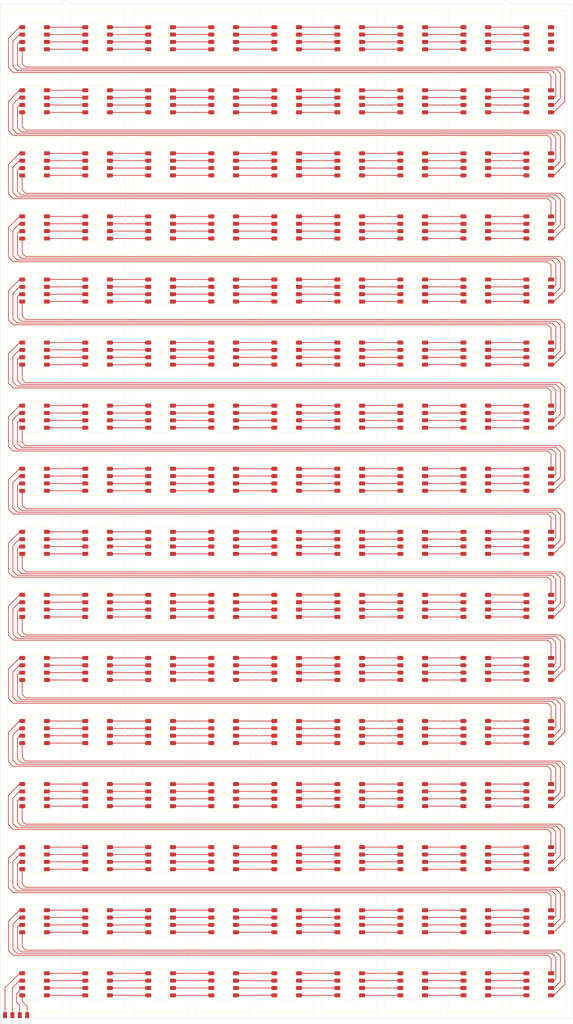
<source format=kicad_pcb>
(kicad_pcb (version 20221018) (generator pcbnew)
  (layers (0 "F.Cu" signal) (31 "B.Cu" signal) (34 "B.Paste" user) (35 "F.Paste" user) (36 "B.SilkS" user "B.Silkscreen") (37 "F.SilkS" user "F.Silkscreen") (38 "B.Mask" user) (39 "F.Mask" user) (44 "Edge.Cuts" user))
  (net 0 "")
  (net 1 "Net-(U1-Vout)")
  (net 2 "Net-(U1-Dout)")
  (net 3 "Net-(U1-Bout)")
  (net 4 "Net-(U1-GND-Pad8)")
  (net 5 "Net-(U2-Vout)")
  (net 6 "Net-(U2-Dout)")
  (net 7 "Net-(U2-Bout)")
  (net 8 "Net-(U2-GND-Pad8)")
  (net 9 "Net-(U3-Vout)")
  (net 10 "Net-(U3-Dout)")
  (net 11 "Net-(U3-Bout)")
  (net 12 "Net-(U3-GND-Pad8)")
  (net 13 "Net-(U4-Vout)")
  (net 14 "Net-(U4-Dout)")
  (net 15 "Net-(U4-Bout)")
  (net 16 "Net-(U4-GND-Pad8)")
  (net 17 "Net-(U5-Vout)")
  (net 18 "Net-(U5-Dout)")
  (net 19 "Net-(U5-Bout)")
  (net 20 "Net-(U5-GND-Pad8)")
  (net 21 "Net-(U6-Vout)")
  (net 22 "Net-(U6-Dout)")
  (net 23 "Net-(U6-Bout)")
  (net 24 "Net-(U6-GND-Pad8)")
  (net 25 "Net-(U7-Vout)")
  (net 26 "Net-(U7-Dout)")
  (net 27 "Net-(U7-Bout)")
  (net 28 "Net-(U7-GND-Pad8)")
  (net 29 "Net-(U8-Vout)")
  (net 30 "Net-(U8-Dout)")
  (net 31 "Net-(U8-Bout)")
  (net 32 "Net-(U8-GND-Pad8)")
  (net 33 "Net-(U10-Vin)")
  (net 34 "Net-(U10-Din)")
  (net 35 "Net-(U10-Bin)")
  (net 36 "Net-(U10-GND-Pad4)")
  (net 37 "Net-(U10-Vout)")
  (net 38 "Net-(U10-Dout)")
  (net 39 "Net-(U10-Bout)")
  (net 40 "Net-(U10-GND-Pad8)")
  (net 41 "Net-(U11-Vout)")
  (net 42 "Net-(U11-Dout)")
  (net 43 "Net-(U11-Bout)")
  (net 44 "Net-(U11-GND-Pad8)")
  (net 45 "Net-(U12-Vout)")
  (net 46 "Net-(U12-Dout)")
  (net 47 "Net-(U12-Bout)")
  (net 48 "Net-(U12-GND-Pad8)")
  (net 49 "Net-(U13-Vout)")
  (net 50 "Net-(U13-Dout)")
  (net 51 "Net-(U13-Bout)")
  (net 52 "Net-(U13-GND-Pad8)")
  (net 53 "Net-(U14-Vout)")
  (net 54 "Net-(U14-Dout)")
  (net 55 "Net-(U14-Bout)")
  (net 56 "Net-(U14-GND-Pad8)")
  (net 57 "Net-(U15-Vout)")
  (net 58 "Net-(U15-Dout)")
  (net 59 "Net-(U15-Bout)")
  (net 60 "Net-(U15-GND-Pad8)")
  (net 61 "Net-(U16-Vout)")
  (net 62 "Net-(U16-Dout)")
  (net 63 "Net-(U16-Bout)")
  (net 64 "Net-(U16-GND-Pad8)")
  (net 65 "Net-(U17-Vout)")
  (net 66 "Net-(U17-Dout)")
  (net 67 "Net-(U17-Bout)")
  (net 68 "Net-(U17-GND-Pad8)")
  (net 69 "Net-(U18-Vout)")
  (net 70 "Net-(U18-Dout)")
  (net 71 "Net-(U18-Bout)")
  (net 72 "Net-(U18-GND-Pad8)")
  (net 73 "Net-(U19-Vout)")
  (net 74 "Net-(U19-Dout)")
  (net 75 "Net-(U19-Bout)")
  (net 76 "Net-(U19-GND-Pad8)")
  (net 77 "Net-(U20-Vout)")
  (net 78 "Net-(U20-Dout)")
  (net 79 "Net-(U20-Bout)")
  (net 80 "Net-(U20-GND-Pad8)")
  (net 81 "Net-(U21-Vout)")
  (net 82 "Net-(U21-Dout)")
  (net 83 "Net-(U21-Bout)")
  (net 84 "Net-(U21-GND-Pad8)")
  (net 85 "Net-(U22-Vout)")
  (net 86 "Net-(U22-Dout)")
  (net 87 "Net-(U22-Bout)")
  (net 88 "Net-(U22-GND-Pad8)")
  (net 89 "Net-(U23-Vout)")
  (net 90 "Net-(U23-Dout)")
  (net 91 "Net-(U23-Bout)")
  (net 92 "Net-(U23-GND-Pad8)")
  (net 93 "Net-(U24-Vout)")
  (net 94 "Net-(U24-Dout)")
  (net 95 "Net-(U24-Bout)")
  (net 96 "Net-(U24-GND-Pad8)")
  (net 97 "Net-(U25-Vout)")
  (net 98 "Net-(U25-Dout)")
  (net 99 "Net-(U25-Bout)")
  (net 100 "Net-(U25-GND-Pad8)")
  (net 101 "Net-(U26-Vout)")
  (net 102 "Net-(U26-Dout)")
  (net 103 "Net-(U26-Bout)")
  (net 104 "Net-(U26-GND-Pad8)")
  (net 105 "Net-(U27-Vout)")
  (net 106 "Net-(U27-Dout)")
  (net 107 "Net-(U27-Bout)")
  (net 108 "Net-(U27-GND-Pad8)")
  (net 109 "Net-(U28-Vout)")
  (net 110 "Net-(U28-Dout)")
  (net 111 "Net-(U28-Bout)")
  (net 112 "Net-(U28-GND-Pad8)")
  (net 113 "Net-(U29-Vout)")
  (net 114 "Net-(U29-Dout)")
  (net 115 "Net-(U29-Bout)")
  (net 116 "Net-(U29-GND-Pad8)")
  (net 117 "Net-(U30-Vout)")
  (net 118 "Net-(U30-Dout)")
  (net 119 "Net-(U30-Bout)")
  (net 120 "Net-(U30-GND-Pad8)")
  (net 121 "Net-(U31-Vout)")
  (net 122 "Net-(U31-Dout)")
  (net 123 "Net-(U31-Bout)")
  (net 124 "Net-(U31-GND-Pad8)")
  (net 125 "Net-(U32-Vout)")
  (net 126 "Net-(U32-Dout)")
  (net 127 "Net-(U32-Bout)")
  (net 128 "Net-(U32-GND-Pad8)")
  (net 129 "Net-(U33-Vout)")
  (net 130 "Net-(U33-Dout)")
  (net 131 "Net-(U33-Bout)")
  (net 132 "Net-(U33-GND-Pad8)")
  (net 133 "Net-(U34-Vout)")
  (net 134 "Net-(U34-Dout)")
  (net 135 "Net-(U34-Bout)")
  (net 136 "Net-(U34-GND-Pad8)")
  (net 137 "Net-(U35-Vout)")
  (net 138 "Net-(U35-Dout)")
  (net 139 "Net-(U35-Bout)")
  (net 140 "Net-(U35-GND-Pad8)")
  (net 141 "Net-(U36-Vout)")
  (net 142 "Net-(U36-Dout)")
  (net 143 "Net-(U36-Bout)")
  (net 144 "Net-(U36-GND-Pad8)")
  (net 145 "Net-(U37-Vout)")
  (net 146 "Net-(U37-Dout)")
  (net 147 "Net-(U37-Bout)")
  (net 148 "Net-(U37-GND-Pad8)")
  (net 149 "Net-(U38-Vout)")
  (net 150 "Net-(U38-Dout)")
  (net 151 "Net-(U38-Bout)")
  (net 152 "Net-(U38-GND-Pad8)")
  (net 153 "Net-(U39-Vout)")
  (net 154 "Net-(U39-Dout)")
  (net 155 "Net-(U39-Bout)")
  (net 156 "Net-(U39-GND-Pad8)")
  (net 157 "Net-(U40-Vout)")
  (net 158 "Net-(U40-Dout)")
  (net 159 "Net-(U40-Bout)")
  (net 160 "Net-(U40-GND-Pad8)")
  (net 161 "Net-(U41-Vout)")
  (net 162 "Net-(U41-Dout)")
  (net 163 "Net-(U41-Bout)")
  (net 164 "Net-(U41-GND-Pad8)")
  (net 165 "Net-(U42-Vout)")
  (net 166 "Net-(U42-Dout)")
  (net 167 "Net-(U42-Bout)")
  (net 168 "Net-(U42-GND-Pad8)")
  (net 169 "Net-(U43-Vout)")
  (net 170 "Net-(U43-Dout)")
  (net 171 "Net-(U43-Bout)")
  (net 172 "Net-(U43-GND-Pad8)")
  (net 173 "Net-(U44-Vout)")
  (net 174 "Net-(U44-Dout)")
  (net 175 "Net-(U44-Bout)")
  (net 176 "Net-(U44-GND-Pad8)")
  (net 177 "Net-(U45-Vout)")
  (net 178 "Net-(U45-Dout)")
  (net 179 "Net-(U45-Bout)")
  (net 180 "Net-(U45-GND-Pad8)")
  (net 181 "Net-(U46-Vout)")
  (net 182 "Net-(U46-Dout)")
  (net 183 "Net-(U46-Bout)")
  (net 184 "Net-(U46-GND-Pad8)")
  (net 185 "Net-(U47-Vout)")
  (net 186 "Net-(U47-Dout)")
  (net 187 "Net-(U47-Bout)")
  (net 188 "Net-(U47-GND-Pad8)")
  (net 189 "Net-(U48-Vout)")
  (net 190 "Net-(U48-Dout)")
  (net 191 "Net-(U48-Bout)")
  (net 192 "Net-(U48-GND-Pad8)")
  (net 193 "Net-(U49-Vout)")
  (net 194 "Net-(U49-Dout)")
  (net 195 "Net-(U49-Bout)")
  (net 196 "Net-(U49-GND-Pad8)")
  (net 197 "Net-(U50-Vout)")
  (net 198 "Net-(U50-Dout)")
  (net 199 "Net-(U50-Bout)")
  (net 200 "Net-(U50-GND-Pad8)")
  (net 201 "Net-(U51-Vout)")
  (net 202 "Net-(U51-Dout)")
  (net 203 "Net-(U51-Bout)")
  (net 204 "Net-(U51-GND-Pad8)")
  (net 205 "Net-(U52-Vout)")
  (net 206 "Net-(U52-Dout)")
  (net 207 "Net-(U52-Bout)")
  (net 208 "Net-(U52-GND-Pad8)")
  (net 209 "Net-(U53-Vout)")
  (net 210 "Net-(U53-Dout)")
  (net 211 "Net-(U53-Bout)")
  (net 212 "Net-(U53-GND-Pad8)")
  (net 213 "Net-(U54-Vout)")
  (net 214 "Net-(U54-Dout)")
  (net 215 "Net-(U54-Bout)")
  (net 216 "Net-(U54-GND-Pad8)")
  (net 217 "Net-(U55-Vout)")
  (net 218 "Net-(U55-Dout)")
  (net 219 "Net-(U55-Bout)")
  (net 220 "Net-(U55-GND-Pad8)")
  (net 221 "Net-(U56-Vout)")
  (net 222 "Net-(U56-Dout)")
  (net 223 "Net-(U56-Bout)")
  (net 224 "Net-(U56-GND-Pad8)")
  (net 225 "Net-(U57-Vout)")
  (net 226 "Net-(U57-Dout)")
  (net 227 "Net-(U57-Bout)")
  (net 228 "Net-(U57-GND-Pad8)")
  (net 229 "Net-(U58-Vout)")
  (net 230 "Net-(U58-Dout)")
  (net 231 "Net-(U58-Bout)")
  (net 232 "Net-(U58-GND-Pad8)")
  (net 233 "Net-(U59-Vout)")
  (net 234 "Net-(U59-Dout)")
  (net 235 "Net-(U59-Bout)")
  (net 236 "Net-(U59-GND-Pad8)")
  (net 237 "Net-(U60-Vout)")
  (net 238 "Net-(U60-Dout)")
  (net 239 "Net-(U60-Bout)")
  (net 240 "Net-(U60-GND-Pad8)")
  (net 241 "Net-(U61-Vout)")
  (net 242 "Net-(U61-Dout)")
  (net 243 "Net-(U61-Bout)")
  (net 244 "Net-(U61-GND-Pad8)")
  (net 245 "Net-(U62-Vout)")
  (net 246 "Net-(U62-Dout)")
  (net 247 "Net-(U62-Bout)")
  (net 248 "Net-(U62-GND-Pad8)")
  (net 249 "Net-(U63-Vout)")
  (net 250 "Net-(U63-Dout)")
  (net 251 "Net-(U63-Bout)")
  (net 252 "Net-(U63-GND-Pad8)")
  (net 253 "Net-(U64-Vout)")
  (net 254 "Net-(U64-Dout)")
  (net 255 "Net-(U64-Bout)")
  (net 256 "Net-(U64-GND-Pad8)")
  (net 257 "Net-(U65-Vout)")
  (net 258 "Net-(U65-Dout)")
  (net 259 "Net-(U65-Bout)")
  (net 260 "Net-(U65-GND-Pad8)")
  (net 261 "Net-(U66-Vout)")
  (net 262 "Net-(U66-Dout)")
  (net 263 "Net-(U66-Bout)")
  (net 264 "Net-(U66-GND-Pad8)")
  (net 265 "Net-(U67-Vout)")
  (net 266 "Net-(U67-Dout)")
  (net 267 "Net-(U67-Bout)")
  (net 268 "Net-(U67-GND-Pad8)")
  (net 269 "Net-(U68-Vout)")
  (net 270 "Net-(U68-Dout)")
  (net 271 "Net-(U68-Bout)")
  (net 272 "Net-(U68-GND-Pad8)")
  (net 273 "Net-(U69-Vout)")
  (net 274 "Net-(U69-Dout)")
  (net 275 "Net-(U69-Bout)")
  (net 276 "Net-(U69-GND-Pad8)")
  (net 277 "Net-(U70-Vout)")
  (net 278 "Net-(U70-Dout)")
  (net 279 "Net-(U70-Bout)")
  (net 280 "Net-(U70-GND-Pad8)")
  (net 281 "Net-(U71-Vout)")
  (net 282 "Net-(U71-Dout)")
  (net 283 "Net-(U71-Bout)")
  (net 284 "Net-(U71-GND-Pad8)")
  (net 285 "Net-(U72-Vout)")
  (net 286 "Net-(U72-Dout)")
  (net 287 "Net-(U72-Bout)")
  (net 288 "Net-(U72-GND-Pad8)")
  (net 289 "Net-(U73-Vout)")
  (net 290 "Net-(U73-Dout)")
  (net 291 "Net-(U73-Bout)")
  (net 292 "Net-(U73-GND-Pad8)")
  (net 293 "Net-(U74-Vout)")
  (net 294 "Net-(U74-Dout)")
  (net 295 "Net-(U74-Bout)")
  (net 296 "Net-(U74-GND-Pad8)")
  (net 297 "Net-(U75-Vout)")
  (net 298 "Net-(U75-Dout)")
  (net 299 "Net-(U75-Bout)")
  (net 300 "Net-(U75-GND-Pad8)")
  (net 301 "Net-(U76-Vout)")
  (net 302 "Net-(U76-Dout)")
  (net 303 "Net-(U76-Bout)")
  (net 304 "Net-(U76-GND-Pad8)")
  (net 305 "Net-(U77-Vout)")
  (net 306 "Net-(U77-Dout)")
  (net 307 "Net-(U77-Bout)")
  (net 308 "Net-(U77-GND-Pad8)")
  (net 309 "Net-(U78-Vout)")
  (net 310 "Net-(U78-Dout)")
  (net 311 "Net-(U78-Bout)")
  (net 312 "Net-(U78-GND-Pad8)")
  (net 313 "Net-(U79-Vout)")
  (net 314 "Net-(U79-Dout)")
  (net 315 "Net-(U79-Bout)")
  (net 316 "Net-(U79-GND-Pad8)")
  (net 317 "Net-(U80-Vout)")
  (net 318 "Net-(U80-Dout)")
  (net 319 "Net-(U80-Bout)")
  (net 320 "Net-(U80-GND-Pad8)")
  (net 321 "Net-(U81-Vout)")
  (net 322 "Net-(U81-Dout)")
  (net 323 "Net-(U81-Bout)")
  (net 324 "Net-(U81-GND-Pad8)")
  (net 325 "Net-(U82-Vout)")
  (net 326 "Net-(U82-Dout)")
  (net 327 "Net-(U82-Bout)")
  (net 328 "Net-(U82-GND-Pad8)")
  (net 329 "Net-(U83-Vout)")
  (net 330 "Net-(U83-Dout)")
  (net 331 "Net-(U83-Bout)")
  (net 332 "Net-(U83-GND-Pad8)")
  (net 333 "Net-(U84-Vout)")
  (net 334 "Net-(U84-Dout)")
  (net 335 "Net-(U84-Bout)")
  (net 336 "Net-(U84-GND-Pad8)")
  (net 337 "Net-(U85-Vout)")
  (net 338 "Net-(U85-Dout)")
  (net 339 "Net-(U85-Bout)")
  (net 340 "Net-(U85-GND-Pad8)")
  (net 341 "Net-(U86-Vout)")
  (net 342 "Net-(U86-Dout)")
  (net 343 "Net-(U86-Bout)")
  (net 344 "Net-(U86-GND-Pad8)")
  (net 345 "Net-(U87-Vout)")
  (net 346 "Net-(U87-Dout)")
  (net 347 "Net-(U87-Bout)")
  (net 348 "Net-(U87-GND-Pad8)")
  (net 349 "Net-(U88-Vout)")
  (net 350 "Net-(U88-Dout)")
  (net 351 "Net-(U88-Bout)")
  (net 352 "Net-(U88-GND-Pad8)")
  (net 353 "Net-(U89-Vout)")
  (net 354 "Net-(U89-Dout)")
  (net 355 "Net-(U89-Bout)")
  (net 356 "Net-(U89-GND-Pad8)")
  (net 357 "Net-(U90-Vout)")
  (net 358 "Net-(U90-Dout)")
  (net 359 "Net-(U90-Bout)")
  (net 360 "Net-(U90-GND-Pad8)")
  (net 361 "Net-(U91-Vout)")
  (net 362 "Net-(U91-Dout)")
  (net 363 "Net-(U91-Bout)")
  (net 364 "Net-(U91-GND-Pad8)")
  (net 365 "Net-(U92-Vout)")
  (net 366 "Net-(U92-Dout)")
  (net 367 "Net-(U92-Bout)")
  (net 368 "Net-(U92-GND-Pad8)")
  (net 369 "Net-(U93-Vout)")
  (net 370 "Net-(U93-Dout)")
  (net 371 "Net-(U93-Bout)")
  (net 372 "Net-(U93-GND-Pad8)")
  (net 373 "Net-(U94-Vout)")
  (net 374 "Net-(U94-Dout)")
  (net 375 "Net-(U94-Bout)")
  (net 376 "Net-(U94-GND-Pad8)")
  (net 377 "Net-(U95-Vout)")
  (net 378 "Net-(U95-Dout)")
  (net 379 "Net-(U95-Bout)")
  (net 380 "Net-(U95-GND-Pad8)")
  (net 381 "Net-(U96-Vout)")
  (net 382 "Net-(U96-Dout)")
  (net 383 "Net-(U96-Bout)")
  (net 384 "Net-(U96-GND-Pad8)")
  (net 385 "Net-(U97-Vout)")
  (net 386 "Net-(U97-Dout)")
  (net 387 "Net-(U97-Bout)")
  (net 388 "Net-(U97-GND-Pad8)")
  (net 389 "Net-(U98-Vout)")
  (net 390 "Net-(U98-Dout)")
  (net 391 "Net-(U98-Bout)")
  (net 392 "Net-(U98-GND-Pad8)")
  (net 393 "Net-(U100-Vin)")
  (net 394 "Net-(U100-Din)")
  (net 395 "Net-(U100-Bin)")
  (net 396 "Net-(U100-GND-Pad4)")
  (net 397 "Net-(U100-Vout)")
  (net 398 "Net-(U100-Dout)")
  (net 399 "Net-(U100-Bout)")
  (net 400 "Net-(U100-GND-Pad8)")
  (net 401 "Net-(U101-Vout)")
  (net 402 "Net-(U101-Dout)")
  (net 403 "Net-(U101-Bout)")
  (net 404 "Net-(U101-GND-Pad8)")
  (net 405 "Net-(U102-Vout)")
  (net 406 "Net-(U102-Dout)")
  (net 407 "Net-(U102-Bout)")
  (net 408 "Net-(U102-GND-Pad8)")
  (net 409 "Net-(U103-Vout)")
  (net 410 "Net-(U103-Dout)")
  (net 411 "Net-(U103-Bout)")
  (net 412 "Net-(U103-GND-Pad8)")
  (net 413 "Net-(U104-Vout)")
  (net 414 "Net-(U104-Dout)")
  (net 415 "Net-(U104-Bout)")
  (net 416 "Net-(U104-GND-Pad8)")
  (net 417 "Net-(U105-Vout)")
  (net 418 "Net-(U105-Dout)")
  (net 419 "Net-(U105-Bout)")
  (net 420 "Net-(U105-GND-Pad8)")
  (net 421 "Net-(U106-Vout)")
  (net 422 "Net-(U106-Dout)")
  (net 423 "Net-(U106-Bout)")
  (net 424 "Net-(U106-GND-Pad8)")
  (net 425 "Net-(U107-Vout)")
  (net 426 "Net-(U107-Dout)")
  (net 427 "Net-(U107-Bout)")
  (net 428 "Net-(U107-GND-Pad8)")
  (net 429 "Net-(U108-Vout)")
  (net 430 "Net-(U108-Dout)")
  (net 431 "Net-(U108-Bout)")
  (net 432 "Net-(U108-GND-Pad8)")
  (net 433 "Net-(U109-Vout)")
  (net 434 "Net-(U109-Dout)")
  (net 435 "Net-(U109-Bout)")
  (net 436 "Net-(U109-GND-Pad8)")
  (net 437 "Net-(U110-Vout)")
  (net 438 "Net-(U110-Dout)")
  (net 439 "Net-(U110-Bout)")
  (net 440 "Net-(U110-GND-Pad8)")
  (net 441 "Net-(U111-Vout)")
  (net 442 "Net-(U111-Dout)")
  (net 443 "Net-(U111-Bout)")
  (net 444 "Net-(U111-GND-Pad8)")
  (net 445 "Net-(U112-Vout)")
  (net 446 "Net-(U112-Dout)")
  (net 447 "Net-(U112-Bout)")
  (net 448 "Net-(U112-GND-Pad8)")
  (net 449 "Net-(U113-Vout)")
  (net 450 "Net-(U113-Dout)")
  (net 451 "Net-(U113-Bout)")
  (net 452 "Net-(U113-GND-Pad8)")
  (net 453 "Net-(U114-Vout)")
  (net 454 "Net-(U114-Dout)")
  (net 455 "Net-(U114-Bout)")
  (net 456 "Net-(U114-GND-Pad8)")
  (net 457 "Net-(U115-Vout)")
  (net 458 "Net-(U115-Dout)")
  (net 459 "Net-(U115-Bout)")
  (net 460 "Net-(U115-GND-Pad8)")
  (net 461 "Net-(U116-Vout)")
  (net 462 "Net-(U116-Dout)")
  (net 463 "Net-(U116-Bout)")
  (net 464 "Net-(U116-GND-Pad8)")
  (net 465 "Net-(U117-Vout)")
  (net 466 "Net-(U117-Dout)")
  (net 467 "Net-(U117-Bout)")
  (net 468 "Net-(U117-GND-Pad8)")
  (net 469 "Net-(U118-Vout)")
  (net 470 "Net-(U118-Dout)")
  (net 471 "Net-(U118-Bout)")
  (net 472 "Net-(U118-GND-Pad8)")
  (net 473 "Net-(U119-Vout)")
  (net 474 "Net-(U119-Dout)")
  (net 475 "Net-(U119-Bout)")
  (net 476 "Net-(U119-GND-Pad8)")
  (net 477 "Net-(U120-Vout)")
  (net 478 "Net-(U120-Dout)")
  (net 479 "Net-(U120-Bout)")
  (net 480 "Net-(U120-GND-Pad8)")
  (net 481 "Net-(U121-Vout)")
  (net 482 "Net-(U121-Dout)")
  (net 483 "Net-(U121-Bout)")
  (net 484 "Net-(U121-GND-Pad8)")
  (net 485 "Net-(U122-Vout)")
  (net 486 "Net-(U122-Dout)")
  (net 487 "Net-(U122-Bout)")
  (net 488 "Net-(U122-GND-Pad8)")
  (net 489 "Net-(U123-Vout)")
  (net 490 "Net-(U123-Dout)")
  (net 491 "Net-(U123-Bout)")
  (net 492 "Net-(U123-GND-Pad8)")
  (net 493 "Net-(U124-Vout)")
  (net 494 "Net-(U124-Dout)")
  (net 495 "Net-(U124-Bout)")
  (net 496 "Net-(U124-GND-Pad8)")
  (net 497 "Net-(U125-Vout)")
  (net 498 "Net-(U125-Dout)")
  (net 499 "Net-(U125-Bout)")
  (net 500 "Net-(U125-GND-Pad8)")
  (net 501 "Net-(U126-Vout)")
  (net 502 "Net-(U126-Dout)")
  (net 503 "Net-(U126-Bout)")
  (net 504 "Net-(U126-GND-Pad8)")
  (net 505 "Net-(U127-Vout)")
  (net 506 "Net-(U127-Dout)")
  (net 507 "Net-(U127-Bout)")
  (net 508 "Net-(U127-GND-Pad8)")
  (net 509 "Net-(U128-Vout)")
  (net 510 "Net-(U128-Dout)")
  (net 511 "Net-(U128-Bout)")
  (net 512 "Net-(U128-GND-Pad8)")
  (net 513 "Net-(U129-Vout)")
  (net 514 "Net-(U129-Dout)")
  (net 515 "Net-(U129-Bout)")
  (net 516 "Net-(U129-GND-Pad8)")
  (net 517 "Net-(U130-Vout)")
  (net 518 "Net-(U130-Dout)")
  (net 519 "Net-(U130-Bout)")
  (net 520 "Net-(U130-GND-Pad8)")
  (net 521 "Net-(U131-Vout)")
  (net 522 "Net-(U131-Dout)")
  (net 523 "Net-(U131-Bout)")
  (net 524 "Net-(U131-GND-Pad8)")
  (net 525 "Net-(U132-Vout)")
  (net 526 "Net-(U132-Dout)")
  (net 527 "Net-(U132-Bout)")
  (net 528 "Net-(U132-GND-Pad8)")
  (net 529 "Net-(U133-Vout)")
  (net 530 "Net-(U133-Dout)")
  (net 531 "Net-(U133-Bout)")
  (net 532 "Net-(U133-GND-Pad8)")
  (net 533 "Net-(U134-Vout)")
  (net 534 "Net-(U134-Dout)")
  (net 535 "Net-(U134-Bout)")
  (net 536 "Net-(U134-GND-Pad8)")
  (net 537 "Net-(U135-Vout)")
  (net 538 "Net-(U135-Dout)")
  (net 539 "Net-(U135-Bout)")
  (net 540 "Net-(U135-GND-Pad8)")
  (net 541 "Net-(U136-Vout)")
  (net 542 "Net-(U136-Dout)")
  (net 543 "Net-(U136-Bout)")
  (net 544 "Net-(U136-GND-Pad8)")
  (net 545 "Net-(U137-Vout)")
  (net 546 "Net-(U137-Dout)")
  (net 547 "Net-(U137-Bout)")
  (net 548 "Net-(U137-GND-Pad8)")
  (net 549 "Net-(U138-Vout)")
  (net 550 "Net-(U138-Dout)")
  (net 551 "Net-(U138-Bout)")
  (net 552 "Net-(U138-GND-Pad8)")
  (net 553 "Net-(U139-Vout)")
  (net 554 "Net-(U139-Dout)")
  (net 555 "Net-(U139-Bout)")
  (net 556 "Net-(U139-GND-Pad8)")
  (net 557 "Net-(U140-Vout)")
  (net 558 "Net-(U140-Dout)")
  (net 559 "Net-(U140-Bout)")
  (net 560 "Net-(U140-GND-Pad8)")
  (net 561 "Net-(U141-Vout)")
  (net 562 "Net-(U141-Dout)")
  (net 563 "Net-(U141-Bout)")
  (net 564 "Net-(U141-GND-Pad8)")
  (net 565 "Net-(U142-Vout)")
  (net 566 "Net-(U142-Dout)")
  (net 567 "Net-(U142-Bout)")
  (net 568 "Net-(U142-GND-Pad8)")
  (net 569 "Net-(U143-Vout)")
  (net 570 "Net-(U143-Dout)")
  (net 571 "Net-(U143-Bout)")
  (net 572 "Net-(U143-GND-Pad8)")
  (net 577 "Net-(J1-Pin_1)")
  (net 578 "Net-(J1-Pin_2)")
  (net 579 "Net-(J1-Pin_3)")
  (net 580 "Net-(J1-Pin_4)")
  (footprint "Arduino:WS2185" (layer "F.Cu") (at 120 264)
    (fp_text reference "U42")
    (fp_text value "~")
  )
  (footprint "Arduino:WS2185" (layer "F.Cu") (at 168 288)
    (fp_text reference "U35")
    (fp_text value "~")
  )
  (footprint "Arduino:WS2185" (layer "F.Cu") (at 48 336)
    (fp_text reference "U12")
    (fp_text value "~")
  )
  (footprint "Arduino:WS2185" (layer "F.Cu") (at 192 72)
    (fp_text reference "U117")
    (fp_text value "~")
  )
  (footprint "Arduino:WS2185" (layer "F.Cu") (at 72 360)
    (fp_text reference "U4")
    (fp_text value "~")
  )
  (footprint "Arduino:WS2185" (layer "F.Cu") (at 0 24)
    (fp_text reference "U127")
    (fp_text value "~")
  )
  (footprint "Arduino:WS2185" (layer "F.Cu") (at 72 144)
    (fp_text reference "U85")
    (fp_text value "~")
  )
  (footprint "Arduino:WS2185" (layer "F.Cu") (at 168 120)
    (fp_text reference "U98")
    (fp_text value "~")
  )
  (footprint "Arduino:WS2185" (layer "F.Cu") (at 0 72)
    (fp_text reference "U109")
    (fp_text value "~")
  )
  (footprint "Arduino:WS2185" (layer "F.Cu") (at 144 72)
    (fp_text reference "U115")
    (fp_text value "~")
  )
  (footprint "Arduino:WS2185" (layer "F.Cu") (at 24 48)
    (fp_text reference "U119")
    (fp_text value "~")
  )
  (footprint "Arduino:WS2185" (layer "F.Cu") (at 192 216)
    (fp_text reference "U63")
    (fp_text value "~")
  )
  (footprint "Arduino:WS2185" (layer "F.Cu") (at 0 288)
    (fp_text reference "U28")
    (fp_text value "~")
  )
  (footprint "Arduino:WS2185" (layer "F.Cu") (at 48 120)
    (fp_text reference "U93")
    (fp_text value "~")
  )
  (footprint "Arduino:WS2185" (layer "F.Cu") (at 48 240)
    (fp_text reference "U48")
    (fp_text value "~")
  )
  (footprint "Arduino:WS2185" (layer "F.Cu") (at 168 0)
    (fp_text reference "U143")
    (fp_text value "~")
  )
  (footprint "Arduino:WS2185" (layer "F.Cu") (at 48 192)
    (fp_text reference "U66")
    (fp_text value "~")
  )
  (footprint "Arduino:WS2185" (layer "F.Cu") (at 144 120)
    (fp_text reference "U97")
    (fp_text value "~")
  )
  (footprint "Arduino:WS2185" (layer "F.Cu") (at 168 264)
    (fp_text reference "U44")
    (fp_text value "~")
  )
  (footprint "Arduino:WS2185" (layer "F.Cu") (at 168 192)
    (fp_text reference "U71")
    (fp_text value "~")
  )
  (footprint "Arduino:WS2185" (layer "F.Cu") (at 120 360)
    (fp_text reference "U6")
    (fp_text value "~")
  )
  (footprint "Arduino:WS2185" (layer "F.Cu") (at 144 264)
    (fp_text reference "U43")
    (fp_text value "~")
  )
  (footprint "Arduino:WS2185" (layer "F.Cu") (at 144 0)
    (fp_text reference "U142")
    (fp_text value "~")
  )
  (footprint "Arduino:WS2185" (layer "F.Cu") (at 72 312)
    (fp_text reference "U22")
    (fp_text value "~")
  )
  (footprint "Arduino:WS2185" (layer "F.Cu") (at 0 264)
    (fp_text reference "U37")
    (fp_text value "~")
  )
  (footprint "Arduino:WS2185" (layer "F.Cu") (at 192 48)
    (fp_text reference "U126")
    (fp_text value "~")
  )
  (footprint "Arduino:WS2185" (layer "F.Cu") (at 48 48)
    (fp_text reference "U120")
    (fp_text value "~")
  )
  (footprint "Arduino:WS2185" (layer "F.Cu") (at 120 48)
    (fp_text reference "U123")
    (fp_text value "~")
  )
  (footprint "Arduino:WS2185" (layer "F.Cu") (at 96 24)
    (fp_text reference "U131")
    (fp_text value "~")
  )
  (footprint "Arduino:WS2185" (layer "F.Cu") (at 72 72)
    (fp_text reference "U112")
    (fp_text value "~")
  )
  (footprint "Arduino:WS2185" (layer "F.Cu") (at 192 312)
    (fp_text reference "U27")
    (fp_text value "~")
  )
  (footprint "Arduino:WS2185" (layer "F.Cu") (at 24 96)
    (fp_text reference "U101")
    (fp_text value "~")
  )
  (footprint "Arduino:WS2185" (layer "F.Cu") (at 72 192)
    (fp_text reference "U67")
    (fp_text value "~")
  )
  (footprint "Arduino:WS2185" (layer "F.Cu") (at 0 336)
    (fp_text reference "U10")
    (fp_text value "~")
  )
  (footprint "Arduino:WS2185" (layer "F.Cu") (at 72 168)
    (fp_text reference "U76")
    (fp_text value "~")
  )
  (footprint "Arduino:WS2185" (layer "F.Cu") (at 24 288)
    (fp_text reference "U29")
    (fp_text value "~")
  )
  (footprint "Arduino:WS2185" (layer "F.Cu") (at 72 120)
    (fp_text reference "U94")
    (fp_text value "~")
  )
  (footprint "Arduino:WS2185" (layer "F.Cu") (at 0 96)
    (fp_text reference "U100")
    (fp_text value "~")
  )
  (footprint "Arduino:WS2185" (layer "F.Cu") (at 24 168)
    (fp_text reference "U74")
    (fp_text value "~")
  )
  (footprint "Arduino:WS2185" (layer "F.Cu") (at 192 0)
    (fp_text reference "U144")
    (fp_text value "~")
  )
  (footprint "Arduino:WS2185" (layer "F.Cu") (at 192 96)
    (fp_text reference "U108")
    (fp_text value "~")
  )
  (footprint "Arduino:WS2185" (layer "F.Cu") (at 96 72)
    (fp_text reference "U113")
    (fp_text value "~")
  )
  (footprint "Arduino:WS2185" (layer "F.Cu") (at 72 96)
    (fp_text reference "U103")
    (fp_text value "~")
  )
  (footprint "Arduino:WS2185" (layer "F.Cu") (at 96 192)
    (fp_text reference "U68")
    (fp_text value "~")
  )
  (footprint "Arduino:WS2185" (layer "F.Cu") (at 24 336)
    (fp_text reference "U11")
    (fp_text value "~")
  )
  (footprint "Arduino:WS2185" (layer "F.Cu") (at 144 240)
    (fp_text reference "U52")
    (fp_text value "~")
  )
  (footprint "Arduino:WS2185" (layer "F.Cu") (at 24 24)
    (fp_text reference "U128")
    (fp_text value "~")
  )
  (footprint "Arduino:WS2185" (layer "F.Cu") (at 168 336)
    (fp_text reference "U17")
    (fp_text value "~")
  )
  (footprint "Arduino:WS2185" (layer "F.Cu") (at 96 120)
    (fp_text reference "U95")
    (fp_text value "~")
  )
  (footprint "Arduino:WS2185" (layer "F.Cu") (at 48 216)
    (fp_text reference "U57")
    (fp_text value "~")
  )
  (footprint "Arduino:WS2185" (layer "F.Cu") (at 120 336)
    (fp_text reference "U15")
    (fp_text value "~")
  )
  (footprint "Arduino:WS2185" (layer "F.Cu") (at 120 168)
    (fp_text reference "U78")
    (fp_text value "~")
  )
  (footprint "Arduino:WS2185" (layer "F.Cu") (at 24 240)
    (fp_text reference "U47")
    (fp_text value "~")
  )
  (footprint "Arduino:LED_connector" (layer "F.Cu") (at -6.922 371.72)
    (fp_text reference "J1")
    (fp_text value "Conn_01x04_Pin")
  )
  (footprint "Arduino:WS2185" (layer "F.Cu") (at 24 312)
    (fp_text reference "U20")
    (fp_text value "~")
  )
  (footprint "Arduino:WS2185" (layer "F.Cu") (at 96 360)
    (fp_text reference "U5")
    (fp_text value "~")
  )
  (footprint "Arduino:WS2185" (layer "F.Cu") (at 48 288)
    (fp_text reference "U30")
    (fp_text value "~")
  )
  (footprint "Arduino:WS2185" (layer "F.Cu") (at 24 0)
    (fp_text reference "U137")
    (fp_text value "~")
  )
  (footprint "Arduino:WS2185" (layer "F.Cu") (at 0 48)
    (fp_text reference "U118")
    (fp_text value "~")
  )
  (footprint "Arduino:WS2185" (layer "F.Cu") (at 144 96)
    (fp_text reference "U106")
    (fp_text value "~")
  )
  (footprint "Arduino:WS2185" (layer "F.Cu") (at 96 240)
    (fp_text reference "U50")
    (fp_text value "~")
  )
  (footprint "Arduino:WS2185" (layer "F.Cu") (at 168 312)
    (fp_text reference "U26")
    (fp_text value "~")
  )
  (footprint "Arduino:WS2185" (layer "F.Cu") (at 96 96)
    (fp_text reference "U104")
    (fp_text value "~")
  )
  (footprint "Arduino:WS2185" (layer "F.Cu") (at 48 72)
    (fp_text reference "U111")
    (fp_text value "~")
  )
  (footprint "Arduino:WS2185" (layer "F.Cu") (at 96 48)
    (fp_text reference "U122")
    (fp_text value "~")
  )
  (footprint "Arduino:WS2185" (layer "F.Cu") (at 192 192)
    (fp_text reference "U72")
    (fp_text value "~")
  )
  (footprint "Arduino:WS2185" (layer "F.Cu") (at 0 120)
    (fp_text reference "U91")
    (fp_text value "~")
  )
  (footprint "Arduino:WS2185" (layer "F.Cu") (at 144 288)
    (fp_text reference "U34")
    (fp_text value "~")
  )
  (footprint "Arduino:WS2185" (layer "F.Cu") (at 120 192)
    (fp_text reference "U69")
    (fp_text value "~")
  )
  (footprint "Arduino:WS2185" (layer "F.Cu") (at 144 144)
    (fp_text reference "U88")
    (fp_text value "~")
  )
  (footprint "Arduino:WS2185" (layer "F.Cu") (at 48 144)
    (fp_text reference "U84")
    (fp_text value "~")
  )
  (footprint "Arduino:WS2185" (layer "F.Cu") (at 72 240)
    (fp_text reference "U49")
    (fp_text value "~")
  )
  (footprint "Arduino:WS2185" (layer "F.Cu") (at 192 288)
    (fp_text reference "U36")
    (fp_text value "~")
  )
  (footprint "Arduino:WS2185" (layer "F.Cu") (at 72 0)
    (fp_text reference "U139")
    (fp_text value "~")
  )
  (footprint "Arduino:WS2185" (layer "F.Cu") (at 120 96)
    (fp_text reference "U105")
    (fp_text value "~")
  )
  (footprint "Arduino:WS2185" (layer "F.Cu") (at 96 336)
    (fp_text reference "U14")
    (fp_text value "~")
  )
  (footprint "Arduino:WS2185" (layer "F.Cu") (at 0 360)
    (fp_text reference "U1")
    (fp_text value "~")
  )
  (footprint "Arduino:WS2185" (layer "F.Cu") (at 24 72)
    (fp_text reference "U110")
    (fp_text value "~")
  )
  (footprint "Arduino:WS2185" (layer "F.Cu") (at 96 144)
    (fp_text reference "U86")
    (fp_text value "~")
  )
  (footprint "Arduino:WS2185" (layer "F.Cu") (at 120 312)
    (fp_text reference "U24")
    (fp_text value "~")
  )
  (footprint "Arduino:WS2185" (layer "F.Cu") (at 48 264)
    (fp_text reference "U39")
    (fp_text value "~")
  )
  (footprint "Arduino:WS2185" (layer "F.Cu") (at 0 312)
    (fp_text reference "U19")
    (fp_text value "~")
  )
  (footprint "Arduino:WS2185" (layer "F.Cu") (at 144 336)
    (fp_text reference "U16")
    (fp_text value "~")
  )
  (footprint "Arduino:WS2185" (layer "F.Cu") (at 48 312)
    (fp_text reference "U21")
    (fp_text value "~")
  )
  (footprint "Arduino:WS2185" (layer "F.Cu") (at 192 336)
    (fp_text reference "U18")
    (fp_text value "~")
  )
  (footprint "Arduino:WS2185" (layer "F.Cu") (at 168 72)
    (fp_text reference "U116")
    (fp_text value "~")
  )
  (footprint "Arduino:WS2185" (layer "F.Cu") (at 168 144)
    (fp_text reference "U89")
    (fp_text value "~")
  )
  (footprint "Arduino:WS2185" (layer "F.Cu") (at 120 72)
    (fp_text reference "U114")
    (fp_text value "~")
  )
  (footprint "Arduino:WS2185" (layer "F.Cu") (at 144 24)
    (fp_text reference "U133")
    (fp_text value "~")
  )
  (footprint "Arduino:WS2185" (layer "F.Cu") (at 96 288)
    (fp_text reference "U32")
    (fp_text value "~")
  )
  (footprint "Arduino:WS2185" (layer "F.Cu") (at 96 216)
    (fp_text reference "U59")
    (fp_text value "~")
  )
  (footprint "Arduino:WS2185" (layer "F.Cu") (at 168 24)
    (fp_text reference "U134")
    (fp_text value "~")
  )
  (footprint "Arduino:WS2185" (layer "F.Cu") (at 144 216)
    (fp_text reference "U61")
    (fp_text value "~")
  )
  (footprint "Arduino:WS2185" (layer "F.Cu") (at 48 24)
    (fp_text reference "U129")
    (fp_text value "~")
  )
  (footprint "Arduino:WS2185" (layer "F.Cu") (at 168 168)
    (fp_text reference "U80")
    (fp_text value "~")
  )
  (footprint "Arduino:WS2185" (layer "F.Cu") (at 192 144)
    (fp_text reference "U90")
    (fp_text value "~")
  )
  (footprint "Arduino:WS2185" (layer "F.Cu") (at 168 96)
    (fp_text reference "U107")
    (fp_text value "~")
  )
  (footprint "Arduino:WS2185" (layer "F.Cu") (at 72 288)
    (fp_text reference "U31")
    (fp_text value "~")
  )
  (footprint "Arduino:WS2185" (layer "F.Cu") (at 0 144)
    (fp_text reference "U82")
    (fp_text value "~")
  )
  (footprint "Arduino:WS2185" (layer "F.Cu") (at 48 96)
    (fp_text reference "U102")
    (fp_text value "~")
  )
  (footprint "Arduino:WS2185" (layer "F.Cu") (at 168 360)
    (fp_text reference "U8")
    (fp_text value "~")
  )
  (footprint "Arduino:WS2185" (layer "F.Cu") (at 144 360)
    (fp_text reference "U7")
    (fp_text value "~")
  )
  (footprint "Arduino:WS2185" (layer "F.Cu") (at 168 48)
    (fp_text reference "U125")
    (fp_text value "~")
  )
  (footprint "Arduino:WS2185" (layer "F.Cu") (at 96 168)
    (fp_text reference "U77")
    (fp_text value "~")
  )
  (footprint "Arduino:WS2185" (layer "F.Cu") (at 72 24)
    (fp_text reference "U130")
    (fp_text value "~")
  )
  (footprint "Arduino:WS2185" (layer "F.Cu") (at 24 216)
    (fp_text reference "U56")
    (fp_text value "~")
  )
  (footprint "Arduino:WS2185" (layer "F.Cu") (at 120 240)
    (fp_text reference "U51")
    (fp_text value "~")
  )
  (footprint "Arduino:WS2185" (layer "F.Cu") (at 0 168)
    (fp_text reference "U73")
    (fp_text value "~")
  )
  (footprint "Arduino:WS2185" (layer "F.Cu") (at 72 336)
    (fp_text reference "U13")
    (fp_text value "~")
  )
  (footprint "Arduino:WS2185" (layer "F.Cu") (at 192 240)
    (fp_text reference "U54")
    (fp_text value "~")
  )
  (footprint "Arduino:WS2185" (layer "F.Cu") (at 144 192)
    (fp_text reference "U70")
    (fp_text value "~")
  )
  (footprint "Arduino:WS2185" (layer "F.Cu") (at 24 144)
    (fp_text reference "U83")
    (fp_text value "~")
  )
  (footprint "Arduino:WS2185" (layer "F.Cu") (at 24 264)
    (fp_text reference "U38")
    (fp_text value "~")
  )
  (footprint "Arduino:WS2185" (layer "F.Cu") (at 0 192)
    (fp_text reference "U64")
    (fp_text value "~")
  )
  (footprint "Arduino:WS2185" (layer "F.Cu") (at 120 120)
    (fp_text reference "U96")
    (fp_text value "~")
  )
  (footprint "Arduino:WS2185" (layer "F.Cu") (at 0 240)
    (fp_text reference "U46")
    (fp_text value "~")
  )
  (footprint "Arduino:WS2185" (layer "F.Cu") (at 120 216)
    (fp_text reference "U60")
    (fp_text value "~")
  )
  (footprint "Arduino:WS2185" (layer "F.Cu") (at 96 0)
    (fp_text reference "U140")
    (fp_text value "~")
  )
  (footprint "Arduino:WS2185" (layer "F.Cu") (at 120 288)
    (fp_text reference "U33")
    (fp_text value "~")
  )
  (footprint "Arduino:WS2185" (layer "F.Cu") (at 192 360)
    (fp_text reference "U9")
    (fp_text value "~")
  )
  (footprint "Arduino:WS2185" (layer "F.Cu") (at 72 264)
    (fp_text reference "U40")
    (fp_text value "~")
  )
  (footprint "Arduino:WS2185" (layer "F.Cu") (at 0 0)
    (fp_text reference "U136")
    (fp_text value "~")
  )
  (footprint "Arduino:WS2185" (layer "F.Cu") (at 120 24)
    (fp_text reference "U132")
    (fp_text value "~")
  )
  (footprint "Arduino:WS2185" (layer "F.Cu") (at 192 264)
    (fp_text reference "U45")
    (fp_text value "~")
  )
  (footprint "Arduino:WS2185" (layer "F.Cu") (at 144 48)
    (fp_text reference "U124")
    (fp_text value "~")
  )
  (footprint "Arduino:WS2185" (layer "F.Cu") (at 192 120)
    (fp_text reference "U99")
    (fp_text value "~")
  )
  (footprint "Arduino:WS2185" (layer "F.Cu") (at 24 360)
    (fp_text reference "U2")
    (fp_text value "~")
  )
  (footprint "Arduino:WS2185" (layer "F.Cu") (at 24 192)
    (fp_text reference "U65")
    (fp_text value "~")
  )
  (footprint "Arduino:WS2185" (layer "F.Cu") (at 96 312)
    (fp_text reference "U23")
    (fp_text value "~")
  )
  (footprint "Arduino:WS2185" (layer "F.Cu") (at 120 144)
    (fp_text reference "U87")
    (fp_text value "~")
  )
  (footprint "Arduino:WS2185" (layer "F.Cu") (at 0 216)
    (fp_text reference "U55")
    (fp_text value "~")
  )
  (footprint "Arduino:WS2185" (layer "F.Cu") (at 48 360)
    (fp_text reference "U3")
    (fp_text value "~")
  )
  (footprint "Arduino:WS2185" (layer "F.Cu") (at 72 48)
    (fp_text reference "U121")
    (fp_text value "~")
  )
  (footprint "Arduino:WS2185" (layer "F.Cu") (at 192 24)
    (fp_text reference "U135")
    (fp_text value "~")
  )
  (footprint "Arduino:WS2185" (layer "F.Cu") (at 144 312)
    (fp_text reference "U25")
    (fp_text value "~")
  )
  (footprint "Arduino:WS2185" (layer "F.Cu") (at 24 120)
    (fp_text reference "U92")
    (fp_text value "~")
  )
  (footprint "Arduino:WS2185" (layer "F.Cu") (at 96 264)
    (fp_text reference "U41")
    (fp_text value "~")
  )
  (footprint "Arduino:WS2185" (layer "F.Cu") (at 168 216)
    (fp_text reference "U62")
    (fp_text value "~")
  )
  (footprint "Arduino:WS2185" (layer "F.Cu") (at 144 168)
    (fp_text reference "U79")
    (fp_text value "~")
  )
  (footprint "Arduino:WS2185" (layer "F.Cu") (at 192 168)
    (fp_text reference "U81")
    (fp_text value "~")
  )
  (footprint "Arduino:WS2185" (layer "F.Cu") (at 48 168)
    (fp_text reference "U75")
    (fp_text value "~")
  )
  (footprint "Arduino:WS2185" (layer "F.Cu") (at 168 240)
    (fp_text reference "U53")
    (fp_text value "~")
  )
  (footprint "Arduino:WS2185" (layer "F.Cu") (at 72 216)
    (fp_text reference "U58")
    (fp_text value "~")
  )
  (footprint "Arduino:WS2185" (layer "F.Cu") (at 48 0)
    (fp_text reference "U138")
    (fp_text value "~")
  )
  (footprint "Arduino:WS2185" (layer "F.Cu") (at 120 0)
    (fp_text reference "U141")
    (fp_text value "~")
  )
  (gr_line (start 205 373) (end -13 373) (stroke (width 0.1)) (layer "Edge.Cuts"))
  (gr_line (start -13 -13) (end -13 373) (stroke (width 0.1)) (layer "Edge.Cuts"))
  (gr_arc (start 178.5 -13) (mid 180 -14.5) (end 181.5 -13) (stroke (width 0.1)) (layer "Edge.Cuts"))
  (gr_line (start 13.5 -13) (end 178.5 -13) (stroke (width 0.1)) (layer "Edge.Cuts"))
  (gr_line (start -13 -13) (end 10.5 -13) (stroke (width 0.1)) (layer "Edge.Cuts"))
  (gr_arc (start 10.5 -13) (mid 12 -14.5) (end 13.5 -13) (stroke (width 0.1)) (layer "Edge.Cuts"))
  (gr_line (start 205 373) (end 205 -13) (stroke (width 0.1)) (layer "Edge.Cuts"))
  (gr_line (start 181.5 -13) (end 205 -13) (stroke (width 0.1)) (layer "Edge.Cuts"))
  (segment (start 4.7 355.8) (end 19.3 355.8) (width 0.25) (layer "F.Cu") (net 1))
  (segment (start 4.7 358.6) (end 19.3 358.6) (width 0.25) (layer "F.Cu") (net 2))
  (segment (start 4.7 361.4) (end 19.3 361.4) (width 0.25) (layer "F.Cu") (net 3))
  (segment (start 4.7 364.2) (end 19.3 364.2) (width 0.25) (layer "F.Cu") (net 4))
  (segment (start 28.7 355.8) (end 43.3 355.8) (width 0.25) (layer "F.Cu") (net 5))
  (segment (start 28.7 358.6) (end 43.3 358.6) (width 0.25) (layer "F.Cu") (net 6))
  (segment (start 28.7 361.4) (end 43.3 361.4) (width 0.25) (layer "F.Cu") (net 7))
  (segment (start 28.7 364.2) (end 43.3 364.2) (width 0.25) (layer "F.Cu") (net 8))
  (segment (start 52.7 355.8) (end 67.3 355.8) (width 0.25) (layer "F.Cu") (net 9))
  (segment (start 52.7 358.6) (end 67.3 358.6) (width 0.25) (layer "F.Cu") (net 10))
  (segment (start 52.7 361.4) (end 67.3 361.4) (width 0.25) (layer "F.Cu") (net 11))
  (segment (start 52.7 364.2) (end 67.3 364.2) (width 0.25) (layer "F.Cu") (net 12))
  (segment (start 76.7 355.8) (end 91.3 355.8) (width 0.25) (layer "F.Cu") (net 13))
  (segment (start 76.7 358.6) (end 91.3 358.6) (width 0.25) (layer "F.Cu") (net 14))
  (segment (start 76.7 361.4) (end 91.3 361.4) (width 0.25) (layer "F.Cu") (net 15))
  (segment (start 76.7 364.2) (end 91.3 364.2) (width 0.25) (layer "F.Cu") (net 16))
  (segment (start 100.7 355.8) (end 115.3 355.8) (width 0.25) (layer "F.Cu") (net 17))
  (segment (start 100.7 358.6) (end 115.3 358.6) (width 0.25) (layer "F.Cu") (net 18))
  (segment (start 100.7 361.4) (end 115.3 361.4) (width 0.25) (layer "F.Cu") (net 19))
  (segment (start 100.7 364.2) (end 115.3 364.2) (width 0.25) (layer "F.Cu") (net 20))
  (segment (start 124.7 355.8) (end 139.3 355.8) (width 0.25) (layer "F.Cu") (net 21))
  (segment (start 124.7 358.6) (end 139.3 358.6) (width 0.25) (layer "F.Cu") (net 22))
  (segment (start 124.7 361.4) (end 139.3 361.4) (width 0.25) (layer "F.Cu") (net 23))
  (segment (start 124.7 364.2) (end 139.3 364.2) (width 0.25) (layer "F.Cu") (net 24))
  (segment (start 148.7 355.8) (end 163.3 355.8) (width 0.25) (layer "F.Cu") (net 25))
  (segment (start 148.7 358.6) (end 163.3 358.6) (width 0.25) (layer "F.Cu") (net 26))
  (segment (start 148.7 361.4) (end 163.3 361.4) (width 0.25) (layer "F.Cu") (net 27))
  (segment (start 148.7 364.2) (end 163.3 364.2) (width 0.25) (layer "F.Cu") (net 28))
  (segment (start 172.7 355.8) (end 187.3 355.8) (width 0.25) (layer "F.Cu") (net 29))
  (segment (start 172.7 358.6) (end 187.3 358.6) (width 0.25) (layer "F.Cu") (net 30))
  (segment (start 172.7 361.4) (end 187.3 361.4) (width 0.25) (layer "F.Cu") (net 31))
  (segment (start 172.7 364.2) (end 187.3 364.2) (width 0.25) (layer "F.Cu") (net 32))
  (segment (start -9.92 347.21) (end -8.13 349) (width 0.25) (layer "F.Cu") (net 33))
  (segment (start -4.68 331.8) (end -5.72 331.8) (width 0.25) (layer "F.Cu") (net 33))
  (segment (start -9.92 336) (end -9.92 347.21) (width 0.25) (layer "F.Cu") (net 33))
  (segment (start -8.13 349) (end 195.42 349) (width 0.25) (layer "F.Cu") (net 33))
  (segment (start 196.7 355.8) (end 196.7 350.28) (width 0.25) (layer "F.Cu") (net 33))
  (segment (start -5.72 331.8) (end -9.92 336) (width 0.25) (layer "F.Cu") (net 33))
  (segment (start 196.7 350.28) (end 195.42 349) (width 0.25) (layer "F.Cu") (net 33))
  (segment (start -8.24 346.7) (end -6.61 348.33) (width 0.25) (layer "F.Cu") (net 34))
  (segment (start 197.04 348.33) (end -6.61 348.33) (width 0.25) (layer "F.Cu") (net 34))
  (segment (start 197.74 358.6) (end 198.52 357.82) (width 0.25) (layer "F.Cu") (net 34))
  (segment (start 198.52 357.82) (end 198.52 349.81) (width 0.25) (layer "F.Cu") (net 34))
  (segment (start 196.7 358.6) (end 197.74 358.6) (width 0.25) (layer "F.Cu") (net 34))
  (segment (start 198.52 349.81) (end 197.04 348.33) (width 0.25) (layer "F.Cu") (net 34))
  (segment (start -4.68 334.6) (end -5.76 334.6) (width 0.25) (layer "F.Cu") (net 34))
  (segment (start -8.24 337.080001) (end -8.24 346.7) (width 0.25) (layer "F.Cu") (net 34))
  (segment (start -5.76 334.6) (end -8.24 337.080001) (width 0.25) (layer "F.Cu") (net 34))
  (segment (start 197.78 361.4) (end 200.26 358.92) (width 0.25) (layer "F.Cu") (net 35))
  (segment (start -6.5 338.18) (end -6.5 346.19) (width 0.25) (layer "F.Cu") (net 35))
  (segment (start 196.7 361.4) (end 197.78 361.4) (width 0.25) (layer "F.Cu") (net 35))
  (segment (start -5.72 337.4) (end -6.5 338.18) (width 0.25) (layer "F.Cu") (net 35))
  (segment (start -4.68 337.4) (end -5.72 337.4) (width 0.25) (layer "F.Cu") (net 35))
  (segment (start -6.5 346.19) (end -5.02 347.67) (width 0.25) (layer "F.Cu") (net 35))
  (segment (start -5.02 347.67) (end 198.63 347.67) (width 0.25) (layer "F.Cu") (net 35))
  (segment (start 200.26 349.3) (end 198.63 347.67) (width 0.25) (layer "F.Cu") (net 35))
  (segment (start 200.26 358.92) (end 200.26 349.3) (width 0.25) (layer "F.Cu") (net 35))
  (segment (start 201.94 348.79) (end 200.15 347) (width 0.25) (layer "F.Cu") (net 36))
  (segment (start 200.15 347) (end -3.4 347) (width 0.25) (layer "F.Cu") (net 36))
  (segment (start 197.74 364.2) (end 201.94 360) (width 0.25) (layer "F.Cu") (net 36))
  (segment (start -4.68 345.72) (end -3.4 347) (width 0.25) (layer "F.Cu") (net 36))
  (segment (start 196.7 364.2) (end 197.74 364.2) (width 0.25) (layer "F.Cu") (net 36))
  (segment (start -4.68 340.2) (end -4.68 345.72) (width 0.25) (layer "F.Cu") (net 36))
  (segment (start 201.94 360) (end 201.94 348.79) (width 0.25) (layer "F.Cu") (net 36))
  (segment (start 4.7 331.8) (end 19.3 331.8) (width 0.25) (layer "F.Cu") (net 37))
  (segment (start 4.7 334.6) (end 19.3 334.6) (width 0.25) (layer "F.Cu") (net 38))
  (segment (start 4.7 337.4) (end 19.3 337.4) (width 0.25) (layer "F.Cu") (net 39))
  (segment (start 4.7 340.2) (end 19.3 340.2) (width 0.25) (layer "F.Cu") (net 40))
  (segment (start 28.7 331.8) (end 43.3 331.8) (width 0.25) (layer "F.Cu") (net 41))
  (segment (start 28.7 334.6) (end 43.3 334.6) (width 0.25) (layer "F.Cu") (net 42))
  (segment (start 28.7 337.4) (end 43.3 337.4) (width 0.25) (layer "F.Cu") (net 43))
  (segment (start 28.7 340.2) (end 43.3 340.2) (width 0.25) (layer "F.Cu") (net 44))
  (segment (start 52.7 331.8) (end 67.3 331.8) (width 0.25) (layer "F.Cu") (net 45))
  (segment (start 52.7 334.6) (end 67.3 334.6) (width 0.25) (layer "F.Cu") (net 46))
  (segment (start 52.7 337.4) (end 67.3 337.4) (width 0.25) (layer "F.Cu") (net 47))
  (segment (start 52.7 340.2) (end 67.3 340.2) (width 0.25) (layer "F.Cu") (net 48))
  (segment (start 76.7 331.8) (end 91.3 331.8) (width 0.25) (layer "F.Cu") (net 49))
  (segment (start 76.7 334.6) (end 91.3 334.6) (width 0.25) (layer "F.Cu") (net 50))
  (segment (start 76.7 337.4) (end 91.3 337.4) (width 0.25) (layer "F.Cu") (net 51))
  (segment (start 76.7 340.2) (end 91.3 340.2) (width 0.25) (layer "F.Cu") (net 52))
  (segment (start 100.7 331.8) (end 115.3 331.8) (width 0.25) (layer "F.Cu") (net 53))
  (segment (start 100.7 334.6) (end 115.3 334.6) (width 0.25) (layer "F.Cu") (net 54))
  (segment (start 100.7 337.4) (end 115.3 337.4) (width 0.25) (layer "F.Cu") (net 55))
  (segment (start 100.7 340.2) (end 115.3 340.2) (width 0.25) (layer "F.Cu") (net 56))
  (segment (start 124.7 331.8) (end 139.3 331.8) (width 0.25) (layer "F.Cu") (net 57))
  (segment (start 124.7 334.6) (end 139.3 334.6) (width 0.25) (layer "F.Cu") (net 58))
  (segment (start 124.7 337.4) (end 139.3 337.4) (width 0.25) (layer "F.Cu") (net 59))
  (segment (start 124.7 340.2) (end 139.3 340.2) (width 0.25) (layer "F.Cu") (net 60))
  (segment (start 148.7 331.8) (end 163.3 331.8) (width 0.25) (layer "F.Cu") (net 61))
  (segment (start 148.7 334.6) (end 163.3 334.6) (width 0.25) (layer "F.Cu") (net 62))
  (segment (start 148.7 337.4) (end 163.3 337.4) (width 0.25) (layer "F.Cu") (net 63))
  (segment (start 148.7 340.2) (end 163.3 340.2) (width 0.25) (layer "F.Cu") (net 64))
  (segment (start 172.7 331.8) (end 187.3 331.8) (width 0.25) (layer "F.Cu") (net 65))
  (segment (start 172.7 334.6) (end 187.3 334.6) (width 0.25) (layer "F.Cu") (net 66))
  (segment (start 172.7 337.4) (end 187.3 337.4) (width 0.25) (layer "F.Cu") (net 67))
  (segment (start 172.7 340.2) (end 187.3 340.2) (width 0.25) (layer "F.Cu") (net 68))
  (segment (start -5.75 307.9) (end -9.95 312.1) (width 0.25) (layer "F.Cu") (net 69))
  (segment (start -9.95 323.31) (end -8.16 325.1) (width 0.25) (layer "F.Cu") (net 69))
  (segment (start -4.71 307.9) (end -5.75 307.9) (width 0.25) (layer "F.Cu") (net 69))
  (segment (start 196.67 331.9) (end 196.67 326.38) (width 0.25) (layer "F.Cu") (net 69))
  (segment (start -8.16 325.1) (end 195.39 325.1) (width 0.25) (layer "F.Cu") (net 69))
  (segment (start -9.95 312.1) (end -9.95 323.31) (width 0.25) (layer "F.Cu") (net 69))
  (segment (start 196.67 326.38) (end 195.39 325.1) (width 0.25) (layer "F.Cu") (net 69))
  (segment (start -8.27 322.8) (end -6.64 324.43) (width 0.25) (layer "F.Cu") (net 70))
  (segment (start 198.49 325.91) (end 197.01 324.43) (width 0.25) (layer "F.Cu") (net 70))
  (segment (start -8.27 313.180001) (end -8.27 322.8) (width 0.25) (layer "F.Cu") (net 70))
  (segment (start 197.71 334.7) (end 198.49 333.92) (width 0.25) (layer "F.Cu") (net 70))
  (segment (start 196.67 334.7) (end 197.71 334.7) (width 0.25) (layer "F.Cu") (net 70))
  (segment (start -5.79 310.7) (end -8.27 313.180001) (width 0.25) (layer "F.Cu") (net 70))
  (segment (start -4.71 310.7) (end -5.79 310.7) (width 0.25) (layer "F.Cu") (net 70))
  (segment (start 197.01 324.43) (end -6.64 324.43) (width 0.25) (layer "F.Cu") (net 70))
  (segment (start 198.49 333.92) (end 198.49 325.91) (width 0.25) (layer "F.Cu") (net 70))
  (segment (start -6.53 314.28) (end -6.53 322.29) (width 0.25) (layer "F.Cu") (net 71))
  (segment (start -6.53 322.29) (end -5.05 323.77) (width 0.25) (layer "F.Cu") (net 71))
  (segment (start 196.67 337.5) (end 197.75 337.5) (width 0.25) (layer "F.Cu") (net 71))
  (segment (start -5.75 313.5) (end -6.53 314.28) (width 0.25) (layer "F.Cu") (net 71))
  (segment (start -5.05 323.77) (end 198.6 323.77) (width 0.25) (layer "F.Cu") (net 71))
  (segment (start 200.23 335.02) (end 200.23 325.4) (width 0.25) (layer "F.Cu") (net 71))
  (segment (start -4.71 313.5) (end -5.75 313.5) (width 0.25) (layer "F.Cu") (net 71))
  (segment (start 200.23 325.4) (end 198.6 323.77) (width 0.25) (layer "F.Cu") (net 71))
  (segment (start 197.75 337.5) (end 200.23 335.02) (width 0.25) (layer "F.Cu") (net 71))
  (segment (start 201.91 336.1) (end 201.91 324.89) (width 0.25) (layer "F.Cu") (net 72))
  (segment (start -4.71 321.82) (end -3.43 323.1) (width 0.25) (layer "F.Cu") (net 72))
  (segment (start 196.67 340.3) (end 197.71 340.3) (width 0.25) (layer "F.Cu") (net 72))
  (segment (start 200.12 323.1) (end -3.43 323.1) (width 0.25) (layer "F.Cu") (net 72))
  (segment (start -4.71 316.3) (end -4.71 321.82) (width 0.25) (layer "F.Cu") (net 72))
  (segment (start 201.91 324.89) (end 200.12 323.1) (width 0.25) (layer "F.Cu") (net 72))
  (segment (start 197.71 340.3) (end 201.91 336.1) (width 0.25) (layer "F.Cu") (net 72))
  (segment (start 4.7 307.8) (end 19.3 307.8) (width 0.25) (layer "F.Cu") (net 73))
  (segment (start 4.7 310.6) (end 19.3 310.6) (width 0.25) (layer "F.Cu") (net 74))
  (segment (start 4.7 313.4) (end 19.3 313.4) (width 0.25) (layer "F.Cu") (net 75))
  (segment (start 4.7 316.2) (end 19.3 316.2) (width 0.25) (layer "F.Cu") (net 76))
  (segment (start 28.7 307.8) (end 43.3 307.8) (width 0.25) (layer "F.Cu") (net 77))
  (segment (start 28.7 310.6) (end 43.3 310.6) (width 0.25) (layer "F.Cu") (net 78))
  (segment (start 28.7 313.4) (end 43.3 313.4) (width 0.25) (layer "F.Cu") (net 79))
  (segment (start 28.7 316.2) (end 43.3 316.2) (width 0.25) (layer "F.Cu") (net 80))
  (segment (start 52.7 307.8) (end 67.3 307.8) (width 0.25) (layer "F.Cu") (net 81))
  (segment (start 52.7 310.6) (end 67.3 310.6) (width 0.25) (layer "F.Cu") (net 82))
  (segment (start 52.7 313.4) (end 67.3 313.4) (width 0.25) (layer "F.Cu") (net 83))
  (segment (start 52.7 316.2) (end 67.3 316.2) (width 0.25) (layer "F.Cu") (net 84))
  (segment (start 76.7 307.8) (end 91.3 307.8) (width 0.25) (layer "F.Cu") (net 85))
  (segment (start 76.7 310.6) (end 91.3 310.6) (width 0.25) (layer "F.Cu") (net 86))
  (segment (start 76.7 313.4) (end 91.3 313.4) (width 0.25) (layer "F.Cu") (net 87))
  (segment (start 76.7 316.2) (end 91.3 316.2) (width 0.25) (layer "F.Cu") (net 88))
  (segment (start 100.7 307.8) (end 115.3 307.8) (width 0.25) (layer "F.Cu") (net 89))
  (segment (start 100.7 310.6) (end 115.3 310.6) (width 0.25) (layer "F.Cu") (net 90))
  (segment (start 100.7 313.4) (end 115.3 313.4) (width 0.25) (layer "F.Cu") (net 91))
  (segment (start 100.7 316.2) (end 115.3 316.2) (width 0.25) (layer "F.Cu") (net 92))
  (segment (start 124.7 307.8) (end 139.3 307.8) (width 0.25) (layer "F.Cu") (net 93))
  (segment (start 124.7 310.6) (end 139.3 310.6) (width 0.25) (layer "F.Cu") (net 94))
  (segment (start 124.7 313.4) (end 139.3 313.4) (width 0.25) (layer "F.Cu") (net 95))
  (segment (start 124.7 316.2) (end 139.3 316.2) (width 0.25) (layer "F.Cu") (net 96))
  (segment (start 148.7 307.8) (end 163.3 307.8) (width 0.25) (layer "F.Cu") (net 97))
  (segment (start 148.7 310.6) (end 163.3 310.6) (width 0.25) (layer "F.Cu") (net 98))
  (segment (start 148.7 313.4) (end 163.3 313.4) (width 0.25) (layer "F.Cu") (net 99))
  (segment (start 148.7 316.2) (end 163.3 316.2) (width 0.25) (layer "F.Cu") (net 100))
  (segment (start 172.7 307.8) (end 187.3 307.8) (width 0.25) (layer "F.Cu") (net 101))
  (segment (start 172.7 310.6) (end 187.3 310.6) (width 0.25) (layer "F.Cu") (net 102))
  (segment (start 172.7 313.4) (end 187.3 313.4) (width 0.25) (layer "F.Cu") (net 103))
  (segment (start 172.7 316.2) (end 187.3 316.2) (width 0.25) (layer "F.Cu") (net 104))
  (segment (start -5.76 283.86) (end -9.96 288.06) (width 0.25) (layer "F.Cu") (net 105))
  (segment (start 196.66 307.86) (end 196.66 302.34) (width 0.25) (layer "F.Cu") (net 105))
  (segment (start -9.96 299.27) (end -8.17 301.06) (width 0.25) (layer "F.Cu") (net 105))
  (segment (start -8.17 301.06) (end 195.38 301.06) (width 0.25) (layer "F.Cu") (net 105))
  (segment (start -9.96 288.06) (end -9.96 299.27) (width 0.25) (layer "F.Cu") (net 105))
  (segment (start 196.66 302.34) (end 195.38 301.06) (width 0.25) (layer "F.Cu") (net 105))
  (segment (start -4.72 283.86) (end -5.76 283.86) (width 0.25) (layer "F.Cu") (net 105))
  (segment (start -5.8 286.66) (end -8.28 289.140001) (width 0.25) (layer "F.Cu") (net 106))
  (segment (start 197 300.39) (end -6.65 300.39) (width 0.25) (layer "F.Cu") (net 106))
  (segment (start -4.72 286.66) (end -5.8 286.66) (width 0.25) (layer "F.Cu") (net 106))
  (segment (start -8.28 289.140001) (end -8.28 298.76) (width 0.25) (layer "F.Cu") (net 106))
  (segment (start 198.48 301.87) (end 197 300.39) (width 0.25) (layer "F.Cu") (net 106))
  (segment (start 198.48 309.88) (end 198.48 301.87) (width 0.25) (layer "F.Cu") (net 106))
  (segment (start 197.7 310.66) (end 198.48 309.88) (width 0.25) (layer "F.Cu") (net 106))
  (segment (start 196.66 310.66) (end 197.7 310.66) (width 0.25) (layer "F.Cu") (net 106))
  (segment (start -8.28 298.76) (end -6.65 300.39) (width 0.25) (layer "F.Cu") (net 106))
  (segment (start 200.22 301.36) (end 198.59 299.73) (width 0.25) (layer "F.Cu") (net 107))
  (segment (start -5.06 299.73) (end 198.59 299.73) (width 0.25) (layer "F.Cu") (net 107))
  (segment (start 200.22 310.98) (end 200.22 301.36) (width 0.25) (layer "F.Cu") (net 107))
  (segment (start 196.66 313.46) (end 197.74 313.46) (width 0.25) (layer "F.Cu") (net 107))
  (segment (start -4.72 289.46) (end -5.76 289.46) (width 0.25) (layer "F.Cu") (net 107))
  (segment (start -6.54 290.24) (end -6.54 298.25) (width 0.25) (layer "F.Cu") (net 107))
  (segment (start -5.76 289.46) (end -6.54 290.24) (width 0.25) (layer "F.Cu") (net 107))
  (segment (start -6.54 298.25) (end -5.06 299.73) (width 0.25) (layer "F.Cu") (net 107))
  (segment (start 197.74 313.46) (end 200.22 310.98) (width 0.25) (layer "F.Cu") (net 107))
  (segment (start 197.7 316.26) (end 201.9 312.06) (width 0.25) (layer "F.Cu") (net 108))
  (segment (start 196.66 316.26) (end 197.7 316.26) (width 0.25) (layer "F.Cu") (net 108))
  (segment (start 200.11 299.06) (end -3.44 299.06) (width 0.25) (layer "F.Cu") (net 108))
  (segment (start 201.9 300.85) (end 200.11 299.06) (width 0.25) (layer "F.Cu") (net 108))
  (segment (start -4.72 292.26) (end -4.72 297.78) (width 0.25) (layer "F.Cu") (net 108))
  (segment (start 201.9 312.06) (end 201.9 300.85) (width 0.25) (layer "F.Cu") (net 108))
  (segment (start -4.72 297.78) (end -3.44 299.06) (width 0.25) (layer "F.Cu") (net 108))
  (segment (start 4.7 283.8) (end 19.3 283.8) (width 0.25) (layer "F.Cu") (net 109))
  (segment (start 4.7 286.6) (end 19.3 286.6) (width 0.25) (layer "F.Cu") (net 110))
  (segment (start 4.7 289.4) (end 19.3 289.4) (width 0.25) (layer "F.Cu") (net 111))
  (segment (start 4.7 292.2) (end 19.3 292.2) (width 0.25) (layer "F.Cu") (net 112))
  (segment (start 28.7 283.8) (end 43.3 283.8) (width 0.25) (layer "F.Cu") (net 113))
  (segment (start 28.7 286.6) (end 43.3 286.6) (width 0.25) (layer "F.Cu") (net 114))
  (segment (start 28.7 289.4) (end 43.3 289.4) (width 0.25) (layer "F.Cu") (net 115))
  (segment (start 28.7 292.2) (end 43.3 292.2) (width 0.25) (layer "F.Cu") (net 116))
  (segment (start 52.7 283.8) (end 67.3 283.8) (width 0.25) (layer "F.Cu") (net 117))
  (segment (start 52.7 286.6) (end 67.3 286.6) (width 0.25) (layer "F.Cu") (net 118))
  (segment (start 52.7 289.4) (end 67.3 289.4) (width 0.25) (layer "F.Cu") (net 119))
  (segment (start 52.7 292.2) (end 67.3 292.2) (width 0.25) (layer "F.Cu") (net 120))
  (segment (start 76.7 283.8) (end 91.3 283.8) (width 0.25) (layer "F.Cu") (net 121))
  (segment (start 76.7 286.6) (end 91.3 286.6) (width 0.25) (layer "F.Cu") (net 122))
  (segment (start 76.7 289.4) (end 91.3 289.4) (width 0.25) (layer "F.Cu") (net 123))
  (segment (start 76.7 292.2) (end 91.3 292.2) (width 0.25) (layer "F.Cu") (net 124))
  (segment (start 100.7 283.8) (end 115.3 283.8) (width 0.25) (layer "F.Cu") (net 125))
  (segment (start 100.7 286.6) (end 115.3 286.6) (width 0.25) (layer "F.Cu") (net 126))
  (segment (start 100.7 289.4) (end 115.3 289.4) (width 0.25) (layer "F.Cu") (net 127))
  (segment (start 100.7 292.2) (end 115.3 292.2) (width 0.25) (layer "F.Cu") (net 128))
  (segment (start 124.7 283.8) (end 139.3 283.8) (width 0.25) (layer "F.Cu") (net 129))
  (segment (start 124.7 286.6) (end 139.3 286.6) (width 0.25) (layer "F.Cu") (net 130))
  (segment (start 124.7 289.4) (end 139.3 289.4) (width 0.25) (layer "F.Cu") (net 131))
  (segment (start 124.7 292.2) (end 139.3 292.2) (width 0.25) (layer "F.Cu") (net 132))
  (segment (start 148.7 283.8) (end 163.3 283.8) (width 0.25) (layer "F.Cu") (net 133))
  (segment (start 148.7 286.6) (end 163.3 286.6) (width 0.25) (layer "F.Cu") (net 134))
  (segment (start 148.7 289.4) (end 163.3 289.4) (width 0.25) (layer "F.Cu") (net 135))
  (segment (start 148.7 292.2) (end 163.3 292.2) (width 0.25) (layer "F.Cu") (net 136))
  (segment (start 172.7 283.8) (end 187.3 283.8) (width 0.25) (layer "F.Cu") (net 137))
  (segment (start 172.7 286.6) (end 187.3 286.6) (width 0.25) (layer "F.Cu") (net 138))
  (segment (start 172.7 289.4) (end 187.3 289.4) (width 0.25) (layer "F.Cu") (net 139))
  (segment (start 172.7 292.2) (end 187.3 292.2) (width 0.25) (layer "F.Cu") (net 140))
  (segment (start -5.75 259.85) (end -9.95 264.05) (width 0.25) (layer "F.Cu") (net 141))
  (segment (start -9.95 264.05) (end -9.95 275.26) (width 0.25) (layer "F.Cu") (net 141))
  (segment (start 196.67 283.85) (end 196.67 278.33) (width 0.25) (layer "F.Cu") (net 141))
  (segment (start -8.16 277.05) (end 195.39 277.05) (width 0.25) (layer "F.Cu") (net 141))
  (segment (start -4.71 259.85) (end -5.75 259.85) (width 0.25) (layer "F.Cu") (net 141))
  (segment (start 196.67 278.33) (end 195.39 277.05) (width 0.25) (layer "F.Cu") (net 141))
  (segment (start -9.95 275.26) (end -8.16 277.05) (width 0.25) (layer "F.Cu") (net 141))
  (segment (start -8.27 274.75) (end -6.64 276.38) (width 0.25) (layer "F.Cu") (net 142))
  (segment (start 197.71 286.65) (end 198.49 285.87) (width 0.25) (layer "F.Cu") (net 142))
  (segment (start -8.27 265.130001) (end -8.27 274.75) (width 0.25) (layer "F.Cu") (net 142))
  (segment (start -5.79 262.65) (end -8.27 265.130001) (width 0.25) (layer "F.Cu") (net 142))
  (segment (start 198.49 277.86) (end 197.01 276.38) (width 0.25) (layer "F.Cu") (net 142))
  (segment (start 197.01 276.38) (end -6.64 276.38) (width 0.25) (layer "F.Cu") (net 142))
  (segment (start 196.67 286.65) (end 197.71 286.65) (width 0.25) (layer "F.Cu") (net 142))
  (segment (start -4.71 262.65) (end -5.79 262.65) (width 0.25) (layer "F.Cu") (net 142))
  (segment (start 198.49 285.87) (end 198.49 277.86) (width 0.25) (layer "F.Cu") (net 142))
  (segment (start -4.71 265.45) (end -5.75 265.45) (width 0.25) (layer "F.Cu") (net 143))
  (segment (start 197.75 289.45) (end 200.23 286.97) (width 0.25) (layer "F.Cu") (net 143))
  (segment (start 200.23 277.35) (end 198.6 275.72) (width 0.25) (layer "F.Cu") (net 143))
  (segment (start -5.05 275.72) (end 198.6 275.72) (width 0.25) (layer "F.Cu") (net 143))
  (segment (start -5.75 265.45) (end -6.53 266.23) (width 0.25) (layer "F.Cu") (net 143))
  (segment (start -6.53 266.23) (end -6.53 274.24) (width 0.25) (layer "F.Cu") (net 143))
  (segment (start 196.67 289.45) (end 197.75 289.45) (width 0.25) (layer "F.Cu") (net 143))
  (segment (start -6.53 274.24) (end -5.05 275.72) (width 0.25) (layer "F.Cu") (net 143))
  (segment (start 200.23 286.97) (end 200.23 277.35) (width 0.25) (layer "F.Cu") (net 143))
  (segment (start -4.71 268.25) (end -4.71 273.77) (width 0.25) (layer "F.Cu") (net 144))
  (segment (start 200.12 275.05) (end -3.43 275.05) (width 0.25) (layer "F.Cu") (net 144))
  (segment (start 197.71 292.25) (end 201.91 288.05) (width 0.25) (layer "F.Cu") (net 144))
  (segment (start -4.71 273.77) (end -3.43 275.05) (width 0.25) (layer "F.Cu") (net 144))
  (segment (start 201.91 288.05) (end 201.91 276.84) (width 0.25) (layer "F.Cu") (net 144))
  (segment (start 196.67 292.25) (end 197.71 292.25) (width 0.25) (layer "F.Cu") (net 144))
  (segment (start 201.91 276.84) (end 200.12 275.05) (width 0.25) (layer "F.Cu") (net 144))
  (segment (start 4.7 259.8) (end 19.3 259.8) (width 0.25) (layer "F.Cu") (net 145))
  (segment (start 4.7 262.6) (end 19.3 262.6) (width 0.25) (layer "F.Cu") (net 146))
  (segment (start 4.7 265.4) (end 19.3 265.4) (width 0.25) (layer "F.Cu") (net 147))
  (segment (start 4.7 268.2) (end 19.3 268.2) (width 0.25) (layer "F.Cu") (net 148))
  (segment (start 28.7 259.8) (end 43.3 259.8) (width 0.25) (layer "F.Cu") (net 149))
  (segment (start 28.7 262.6) (end 43.3 262.6) (width 0.25) (layer "F.Cu") (net 150))
  (segment (start 28.7 265.4) (end 43.3 265.4) (width 0.25) (layer "F.Cu") (net 151))
  (segment (start 28.7 268.2) (end 43.3 268.2) (width 0.25) (layer "F.Cu") (net 152))
  (segment (start 52.7 259.8) (end 67.3 259.8) (width 0.25) (layer "F.Cu") (net 153))
  (segment (start 52.7 262.6) (end 67.3 262.6) (width 0.25) (layer "F.Cu") (net 154))
  (segment (start 52.7 265.4) (end 67.3 265.4) (width 0.25) (layer "F.Cu") (net 155))
  (segment (start 52.7 268.2) (end 67.3 268.2) (width 0.25) (layer "F.Cu") (net 156))
  (segment (start 76.7 259.8) (end 91.3 259.8) (width 0.25) (layer "F.Cu") (net 157))
  (segment (start 76.7 262.6) (end 91.3 262.6) (width 0.25) (layer "F.Cu") (net 158))
  (segment (start 76.7 265.4) (end 91.3 265.4) (width 0.25) (layer "F.Cu") (net 159))
  (segment (start 76.7 268.2) (end 91.3 268.2) (width 0.25) (layer "F.Cu") (net 160))
  (segment (start 100.7 259.8) (end 115.3 259.8) (width 0.25) (layer "F.Cu") (net 161))
  (segment (start 100.7 262.6) (end 115.3 262.6) (width 0.25) (layer "F.Cu") (net 162))
  (segment (start 100.7 265.4) (end 115.3 265.4) (width 0.25) (layer "F.Cu") (net 163))
  (segment (start 100.7 268.2) (end 115.3 268.2) (width 0.25) (layer "F.Cu") (net 164))
  (segment (start 124.7 259.8) (end 139.3 259.8) (width 0.25) (layer "F.Cu") (net 165))
  (segment (start 124.7 262.6) (end 139.3 262.6) (width 0.25) (layer "F.Cu") (net 166))
  (segment (start 124.7 265.4) (end 139.3 265.4) (width 0.25) (layer "F.Cu") (net 167))
  (segment (start 124.7 268.2) (end 139.3 268.2) (width 0.25) (layer "F.Cu") (net 168))
  (segment (start 148.7 259.8) (end 163.3 259.8) (width 0.25) (layer "F.Cu") (net 169))
  (segment (start 148.7 262.6) (end 163.3 262.6) (width 0.25) (layer "F.Cu") (net 170))
  (segment (start 148.7 265.4) (end 163.3 265.4) (width 0.25) (layer "F.Cu") (net 171))
  (segment (start 148.7 268.2) (end 163.3 268.2) (width 0.25) (layer "F.Cu") (net 172))
  (segment (start 172.7 259.8) (end 187.3 259.8) (width 0.25) (layer "F.Cu") (net 173))
  (segment (start 172.7 262.6) (end 187.3 262.6) (width 0.25) (layer "F.Cu") (net 174))
  (segment (start 172.7 265.4) (end 187.3 265.4) (width 0.25) (layer "F.Cu") (net 175))
  (segment (start 172.7 268.2) (end 187.3 268.2) (width 0.25) (layer "F.Cu") (net 176))
  (segment (start -5.72 235.83) (end -9.92 240.03) (width 0.25) (layer "F.Cu") (net 177))
  (segment (start 196.7 254.31) (end 195.42 253.03) (width 0.25) (layer "F.Cu") (net 177))
  (segment (start -4.68 235.83) (end -5.72 235.83) (width 0.25) (layer "F.Cu") (net 177))
  (segment (start 196.7 259.83) (end 196.7 254.31) (width 0.25) (layer "F.Cu") (net 177))
  (segment (start -9.92 240.03) (end -9.92 251.24) (width 0.25) (layer "F.Cu") (net 177))
  (segment (start -8.13 253.03) (end 195.42 253.03) (width 0.25) (layer "F.Cu") (net 177))
  (segment (start -9.92 251.24) (end -8.13 253.03) (width 0.25) (layer "F.Cu") (net 177))
  (segment (start -4.68 238.63) (end -5.76 238.63) (width 0.25) (layer "F.Cu") (net 178))
  (segment (start 197.74 262.63) (end 198.52 261.85) (width 0.25) (layer "F.Cu") (net 178))
  (segment (start -8.24 250.73) (end -6.61 252.36) (width 0.25) (layer "F.Cu") (net 178))
  (segment (start 196.7 262.63) (end 197.74 262.63) (width 0.25) (layer "F.Cu") (net 178))
  (segment (start -8.24 241.110001) (end -8.24 250.73) (width 0.25) (layer "F.Cu") (net 178))
  (segment (start 198.52 253.84) (end 197.04 252.36) (width 0.25) (layer "F.Cu") (net 178))
  (segment (start 197.04 252.36) (end -6.61 252.36) (width 0.25) (layer "F.Cu") (net 178))
  (segment (start 198.52 261.85) (end 198.52 253.84) (width 0.25) (layer "F.Cu") (net 178))
  (segment (start -5.76 238.63) (end -8.24 241.110001) (width 0.25) (layer "F.Cu") (net 178))
  (segment (start -6.5 242.21) (end -6.5 250.22) (width 0.25) (layer "F.Cu") (net 179))
  (segment (start 197.78 265.43) (end 200.26 262.95) (width 0.25) (layer "F.Cu") (net 179))
  (segment (start -4.68 241.43) (end -5.72 241.43) (width 0.25) (layer "F.Cu") (net 179))
  (segment (start 200.26 262.95) (end 200.26 253.33) (width 0.25) (layer "F.Cu") (net 179))
  (segment (start 200.26 253.33) (end 198.63 251.7) (width 0.25) (layer "F.Cu") (net 179))
  (segment (start -5.02 251.7) (end 198.63 251.7) (width 0.25) (layer "F.Cu") (net 179))
  (segment (start 196.7 265.43) (end 197.78 265.43) (width 0.25) (layer "F.Cu") (net 179))
  (segment (start -5.72 241.43) (end -6.5 242.21) (width 0.25) (layer "F.Cu") (net 179))
  (segment (start -6.5 250.22) (end -5.02 251.7) (width 0.25) (layer "F.Cu") (net 179))
  (segment (start -4.68 244.23) (end -4.68 249.75) (width 0.25) (layer "F.Cu") (net 180))
  (segment (start 201.94 264.03) (end 201.94 252.82) (width 0.25) (layer "F.Cu") (net 180))
  (segment (start 196.7 268.23) (end 197.74 268.23) (width 0.25) (layer "F.Cu") (net 180))
  (segment (start 197.74 268.23) (end 201.94 264.03) (width 0.25) (layer "F.Cu") (net 180))
  (segment (start 200.15 251.03) (end -3.4 251.03) (width 0.25) (layer "F.Cu") (net 180))
  (segment (start -4.68 249.75) (end -3.4 251.03) (width 0.25) (layer "F.Cu") (net 180))
  (segment (start 201.94 252.82) (end 200.15 251.03) (width 0.25) (layer "F.Cu") (net 180))
  (segment (start 4.7 235.8) (end 19.3 235.8) (width 0.25) (layer "F.Cu") (net 181))
  (segment (start 4.7 238.6) (end 19.3 238.6) (width 0.25) (layer "F.Cu") (net 182))
  (segment (start 4.7 241.4) (end 19.3 241.4) (width 0.25) (layer "F.Cu") (net 183))
  (segment (start 4.7 244.2) (end 19.3 244.2) (width 0.25) (layer "F.Cu") (net 184))
  (segment (start 28.7 235.8) (end 43.3 235.8) (width 0.25) (layer "F.Cu") (net 185))
  (segment (start 28.7 238.6) (end 43.3 238.6) (width 0.25) (layer "F.Cu") (net 186))
  (segment (start 28.7 241.4) (end 43.3 241.4) (width 0.25) (layer "F.Cu") (net 187))
  (segment (start 28.7 244.2) (end 43.3 244.2) (width 0.25) (layer "F.Cu") (net 188))
  (segment (start 52.7 235.8) (end 67.3 235.8) (width 0.25) (layer "F.Cu") (net 189))
  (segment (start 52.7 238.6) (end 67.3 238.6) (width 0.25) (layer "F.Cu") (net 190))
  (segment (start 52.7 241.4) (end 67.3 241.4) (width 0.25) (layer "F.Cu") (net 191))
  (segment (start 52.7 244.2) (end 67.3 244.2) (width 0.25) (layer "F.Cu") (net 192))
  (segment (start 76.7 235.8) (end 91.3 235.8) (width 0.25) (layer "F.Cu") (net 193))
  (segment (start 76.7 238.6) (end 91.3 238.6) (width 0.25) (layer "F.Cu") (net 194))
  (segment (start 76.7 241.4) (end 91.3 241.4) (width 0.25) (layer "F.Cu") (net 195))
  (segment (start 76.7 244.2) (end 91.3 244.2) (width 0.25) (layer "F.Cu") (net 196))
  (segment (start 100.7 235.8) (end 115.3 235.8) (width 0.25) (layer "F.Cu") (net 197))
  (segment (start 100.7 238.6) (end 115.3 238.6) (width 0.25) (layer "F.Cu") (net 198))
  (segment (start 100.7 241.4) (end 115.3 241.4) (width 0.25) (layer "F.Cu") (net 199))
  (segment (start 100.7 244.2) (end 115.3 244.2) (width 0.25) (layer "F.Cu") (net 200))
  (segment (start 124.7 235.8) (end 139.3 235.8) (width 0.25) (layer "F.Cu") (net 201))
  (segment (start 124.7 238.6) (end 139.3 238.6) (width 0.25) (layer "F.Cu") (net 202))
  (segment (start 124.7 241.4) (end 139.3 241.4) (width 0.25) (layer "F.Cu") (net 203))
  (segment (start 124.7 244.2) (end 139.3 244.2) (width 0.25) (layer "F.Cu") (net 204))
  (segment (start 148.7 235.8) (end 163.3 235.8) (width 0.25) (layer "F.Cu") (net 205))
  (segment (start 148.7 238.6) (end 163.3 238.6) (width 0.25) (layer "F.Cu") (net 206))
  (segment (start 148.7 241.4) (end 163.3 241.4) (width 0.25) (layer "F.Cu") (net 207))
  (segment (start 148.7 244.2) (end 163.3 244.2) (width 0.25) (layer "F.Cu") (net 208))
  (segment (start 172.7 235.8) (end 187.3 235.8) (width 0.25) (layer "F.Cu") (net 209))
  (segment (start 172.7 238.6) (end 187.3 238.6) (width 0.25) (layer "F.Cu") (net 210))
  (segment (start 172.7 241.4) (end 187.3 241.4) (width 0.25) (layer "F.Cu") (net 211))
  (segment (start 172.7 244.2) (end 187.3 244.2) (width 0.25) (layer "F.Cu") (net 212))
  (segment (start 196.69 230.31) (end 195.41 229.03) (width 0.25) (layer "F.Cu") (net 213))
  (segment (start -8.14 229.03) (end 195.41 229.03) (width 0.25) (layer "F.Cu") (net 213))
  (segment (start 196.69 235.83) (end 196.69 230.31) (width 0.25) (layer "F.Cu") (net 213))
  (segment (start -9.93 227.24) (end -8.14 229.03) (width 0.25) (layer "F.Cu") (net 213))
  (segment (start -9.93 216.03) (end -9.93 227.24) (width 0.25) (layer "F.Cu") (net 213))
  (segment (start -4.69 211.83) (end -5.73 211.83) (width 0.25) (layer "F.Cu") (net 213))
  (segment (start -5.73 211.83) (end -9.93 216.03) (width 0.25) (layer "F.Cu") (net 213))
  (segment (start 197.73 238.63) (end 198.51 237.85) (width 0.25) (layer "F.Cu") (net 214))
  (segment (start -8.25 226.73) (end -6.62 228.36) (width 0.25) (layer "F.Cu") (net 214))
  (segment (start 198.51 229.84) (end 197.03 228.36) (width 0.25) (layer "F.Cu") (net 214))
  (segment (start -4.69 214.63) (end -5.77 214.63) (width 0.25) (layer "F.Cu") (net 214))
  (segment (start -5.77 214.63) (end -8.25 217.110001) (width 0.25) (layer "F.Cu") (net 214))
  (segment (start 198.51 237.85) (end 198.51 229.84) (width 0.25) (layer "F.Cu") (net 214))
  (segment (start 196.69 238.63) (end 197.73 238.63) (width 0.25) (layer "F.Cu") (net 214))
  (segment (start -8.25 217.110001) (end -8.25 226.73) (width 0.25) (layer "F.Cu") (net 214))
  (segment (start 197.03 228.36) (end -6.62 228.36) (width 0.25) (layer "F.Cu") (net 214))
  (segment (start 200.25 238.95) (end 200.25 229.33) (width 0.25) (layer "F.Cu") (net 215))
  (segment (start -6.51 226.22) (end -5.03 227.7) (width 0.25) (layer "F.Cu") (net 215))
  (segment (start 196.69 241.43) (end 197.77 241.43) (width 0.25) (layer "F.Cu") (net 215))
  (segment (start -6.51 218.21) (end -6.51 226.22) (width 0.25) (layer "F.Cu") (net 215))
  (segment (start -5.03 227.7) (end 198.62 227.7) (width 0.25) (layer "F.Cu") (net 215))
  (segment (start -4.69 217.43) (end -5.73 217.43) (width 0.25) (layer "F.Cu") (net 215))
  (segment (start 197.77 241.43) (end 200.25 238.95) (width 0.25) (layer "F.Cu") (net 215))
  (segment (start 200.25 229.33) (end 198.62 227.7) (width 0.25) (layer "F.Cu") (net 215))
  (segment (start -5.73 217.43) (end -6.51 218.21) (width 0.25) (layer "F.Cu") (net 215))
  (segment (start 197.73 244.23) (end 201.93 240.03) (width 0.25) (layer "F.Cu") (net 216))
  (segment (start -4.69 225.75) (end -3.41 227.03) (width 0.25) (layer "F.Cu") (net 216))
  (segment (start 200.14 227.03) (end -3.41 227.03) (width 0.25) (layer "F.Cu") (net 216))
  (segment (start 196.69 244.23) (end 197.73 244.23) (width 0.25) (layer "F.Cu") (net 216))
  (segment (start 201.93 228.82) (end 200.14 227.03) (width 0.25) (layer "F.Cu") (net 216))
  (segment (start 201.93 240.03) (end 201.93 228.82) (width 0.25) (layer "F.Cu") (net 216))
  (segment (start -4.69 220.23) (end -4.69 225.75) (width 0.25) (layer "F.Cu") (net 216))
  (segment (start 4.7 211.8) (end 19.3 211.8) (width 0.25) (layer "F.Cu") (net 217))
  (segment (start 4.7 214.6) (end 19.3 214.6) (width 0.25) (layer "F.Cu") (net 218))
  (segment (start 4.7 217.4) (end 19.3 217.4) (width 0.25) (layer "F.Cu") (net 219))
  (segment (start 4.7 220.2) (end 19.3 220.2) (width 0.25) (layer "F.Cu") (net 220))
  (segment (start 28.7 211.8) (end 43.3 211.8) (width 0.25) (layer "F.Cu") (net 221))
  (segment (start 28.7 214.6) (end 43.3 214.6) (width 0.25) (layer "F.Cu") (net 222))
  (segment (start 28.7 217.4) (end 43.3 217.4) (width 0.25) (layer "F.Cu") (net 223))
  (segment (start 28.7 220.2) (end 43.3 220.2) (width 0.25) (layer "F.Cu") (net 224))
  (segment (start 52.7 211.8) (end 67.3 211.8) (width 0.25) (layer "F.Cu") (net 225))
  (segment (start 52.7 214.6) (end 67.3 214.6) (width 0.25) (layer "F.Cu") (net 226))
  (segment (start 52.7 217.4) (end 67.3 217.4) (width 0.25) (layer "F.Cu") (net 227))
  (segment (start 52.7 220.2) (end 67.3 220.2) (width 0.25) (layer "F.Cu") (net 228))
  (segment (start 76.7 211.8) (end 91.3 211.8) (width 0.25) (layer "F.Cu") (net 229))
  (segment (start 76.7 214.6) (end 91.3 214.6) (width 0.25) (layer "F.Cu") (net 230))
  (segment (start 76.7 217.4) (end 91.3 217.4) (width 0.25) (layer "F.Cu") (net 231))
  (segment (start 76.7 220.2) (end 91.3 220.2) (width 0.25) (layer "F.Cu") (net 232))
  (segment (start 100.7 211.8) (end 115.3 211.8) (width 0.25) (layer "F.Cu") (net 233))
  (segment (start 100.7 214.6) (end 115.3 214.6) (width 0.25) (layer "F.Cu") (net 234))
  (segment (start 100.7 217.4) (end 115.3 217.4) (width 0.25) (layer "F.Cu") (net 235))
  (segment (start 100.7 220.2) (end 115.3 220.2) (width 0.25) (layer "F.Cu") (net 236))
  (segment (start 124.7 211.8) (end 139.3 211.8) (width 0.25) (layer "F.Cu") (net 237))
  (segment (start 124.7 214.6) (end 139.3 214.6) (width 0.25) (layer "F.Cu") (net 238))
  (segment (start 124.7 217.4) (end 139.3 217.4) (width 0.25) (layer "F.Cu") (net 239))
  (segment (start 124.7 220.2) (end 139.3 220.2) (width 0.25) (layer "F.Cu") (net 240))
  (segment (start 148.7 211.8) (end 163.3 211.8) (width 0.25) (layer "F.Cu") (net 241))
  (segment (start 148.7 214.6) (end 163.3 214.6) (width 0.25) (layer "F.Cu") (net 242))
  (segment (start 148.7 217.4) (end 163.3 217.4) (width 0.25) (layer "F.Cu") (net 243))
  (segment (start 148.7 220.2) (end 163.3 220.2) (width 0.25) (layer "F.Cu") (net 244))
  (segment (start 172.7 211.8) (end 187.3 211.8) (width 0.25) (layer "F.Cu") (net 245))
  (segment (start 172.7 214.6) (end 187.3 214.6) (width 0.25) (layer "F.Cu") (net 246))
  (segment (start 172.7 217.4) (end 187.3 217.4) (width 0.25) (layer "F.Cu") (net 247))
  (segment (start 172.7 220.2) (end 187.3 220.2) (width 0.25) (layer "F.Cu") (net 248))
  (segment (start 196.69 211.84) (end 196.69 206.32) (width 0.25) (layer "F.Cu") (net 249))
  (segment (start -4.69 187.84) (end -5.73 187.84) (width 0.25) (layer "F.Cu") (net 249))
  (segment (start -9.93 203.25) (end -8.14 205.04) (width 0.25) (layer "F.Cu") (net 249))
  (segment (start -5.73 187.84) (end -9.93 192.04) (width 0.25) (layer "F.Cu") (net 249))
  (segment (start 196.69 206.32) (end 195.41 205.04) (width 0.25) (layer "F.Cu") (net 249))
  (segment (start -8.14 205.04) (end 195.41 205.04) (width 0.25) (layer "F.Cu") (net 249))
  (segment (start -9.93 192.04) (end -9.93 203.25) (width 0.25) (layer "F.Cu") (net 249))
  (segment (start -8.25 202.74) (end -6.62 204.37) (width 0.25) (layer "F.Cu") (net 250))
  (segment (start -4.69 190.64) (end -5.77 190.64) (width 0.25) (layer "F.Cu") (net 250))
  (segment (start -5.77 190.64) (end -8.25 193.120001) (width 0.25) (layer "F.Cu") (net 250))
  (segment (start 196.69 214.64) (end 197.73 214.64) (width 0.25) (layer "F.Cu") (net 250))
  (segment (start -8.25 193.120001) (end -8.25 202.74) (width 0.25) (layer "F.Cu") (net 250))
  (segment (start 197.73 214.64) (end 198.51 213.86) (width 0.25) (layer "F.Cu") (net 250))
  (segment (start 198.51 213.86) (end 198.51 205.85) (width 0.25) (layer "F.Cu") (net 250))
  (segment (start 198.51 205.85) (end 197.03 204.37) (width 0.25) (layer "F.Cu") (net 250))
  (segment (start 197.03 204.37) (end -6.62 204.37) (width 0.25) (layer "F.Cu") (net 250))
  (segment (start 200.25 205.34) (end 198.62 203.71) (width 0.25) (layer "F.Cu") (net 251))
  (segment (start 200.25 214.96) (end 200.25 205.34) (width 0.25) (layer "F.Cu") (net 251))
  (segment (start -6.51 194.22) (end -6.51 202.23) (width 0.25) (layer "F.Cu") (net 251))
  (segment (start -5.73 193.44) (end -6.51 194.22) (width 0.25) (layer "F.Cu") (net 251))
  (segment (start 197.77 217.44) (end 200.25 214.96) (width 0.25) (layer "F.Cu") (net 251))
  (segment (start -5.03 203.71) (end 198.62 203.71) (width 0.25) (layer "F.Cu") (net 251))
  (segment (start -6.51 202.23) (end -5.03 203.71) (width 0.25) (layer "F.Cu") (net 251))
  (segment (start 196.69 217.44) (end 197.77 217.44) (width 0.25) (layer "F.Cu") (net 251))
  (segment (start -4.69 193.44) (end -5.73 193.44) (width 0.25) (layer "F.Cu") (net 251))
  (segment (start -4.69 196.24) (end -4.69 201.76) (width 0.25) (layer "F.Cu") (net 252))
  (segment (start 201.93 216.04) (end 201.93 204.83) (width 0.25) (layer "F.Cu") (net 252))
  (segment (start 200.14 203.04) (end -3.41 203.04) (width 0.25) (layer "F.Cu") (net 252))
  (segment (start -4.69 201.76) (end -3.41 203.04) (width 0.25) (layer "F.Cu") (net 252))
  (segment (start 197.73 220.24) (end 201.93 216.04) (width 0.25) (layer "F.Cu") (net 252))
  (segment (start 196.69 220.24) (end 197.73 220.24) (width 0.25) (layer "F.Cu") (net 252))
  (segment (start 201.93 204.83) (end 200.14 203.04) (width 0.25) (layer "F.Cu") (net 252))
  (segment (start 4.7 187.8) (end 19.3 187.8) (width 0.25) (layer "F.Cu") (net 253))
  (segment (start 19.3 190.6) (end 4.7 190.6) (width 0.25) (layer "F.Cu") (net 254))
  (segment (start 4.7 193.4) (end 19.3 193.4) (width 0.25) (layer "F.Cu") (net 255))
  (segment (start 4.7 196.2) (end 19.3 196.2) (width 0.25) (layer "F.Cu") (net 256))
  (segment (start 28.7 187.8) (end 43.3 187.8) (width 0.25) (layer "F.Cu") (net 257))
  (segment (start 28.7 190.6) (end 43.3 190.6) (width 0.25) (layer "F.Cu") (net 258))
  (segment (start 28.7 193.4) (end 43.3 193.4) (width 0.25) (layer "F.Cu") (net 259))
  (segment (start 28.7 196.2) (end 43.3 196.2) (width 0.25) (layer "F.Cu") (net 260))
  (segment (start 52.7 187.8) (end 67.3 187.8) (width 0.25) (layer "F.Cu") (net 261))
  (segment (start 52.7 190.6) (end 67.3 190.6) (width 0.25) (layer "F.Cu") (net 262))
  (segment (start 52.7 193.4) (end 67.3 193.4) (width 0.25) (layer "F.Cu") (net 263))
  (segment (start 52.7 196.2) (end 67.3 196.2) (width 0.25) (layer "F.Cu") (net 264))
  (segment (start 76.7 187.8) (end 91.3 187.8) (width 0.25) (layer "F.Cu") (net 265))
  (segment (start 76.7 190.6) (end 91.3 190.6) (width 0.25) (layer "F.Cu") (net 266))
  (segment (start 76.7 193.4) (end 91.3 193.4) (width 0.25) (layer "F.Cu") (net 267))
  (segment (start 76.7 196.2) (end 91.3 196.2) (width 0.25) (layer "F.Cu") (net 268))
  (segment (start 100.7 187.8) (end 115.3 187.8) (width 0.25) (layer "F.Cu") (net 269))
  (segment (start 100.7 190.6) (end 115.3 190.6) (width 0.25) (layer "F.Cu") (net 270))
  (segment (start 100.7 193.4) (end 115.3 193.4) (width 0.25) (layer "F.Cu") (net 271))
  (segment (start 100.7 196.2) (end 115.3 196.2) (width 0.25) (layer "F.Cu") (net 272))
  (segment (start 124.7 187.8) (end 139.3 187.8) (width 0.25) (layer "F.Cu") (net 273))
  (segment (start 124.7 190.6) (end 139.3 190.6) (width 0.25) (layer "F.Cu") (net 274))
  (segment (start 124.7 193.4) (end 139.3 193.4) (width 0.25) (layer "F.Cu") (net 275))
  (segment (start 124.7 196.2) (end 139.3 196.2) (width 0.25) (layer "F.Cu") (net 276))
  (segment (start 148.7 187.8) (end 163.3 187.8) (width 0.25) (layer "F.Cu") (net 277))
  (segment (start 148.7 190.6) (end 163.3 190.6) (width 0.25) (layer "F.Cu") (net 278))
  (segment (start 148.7 193.4) (end 163.3 193.4) (width 0.25) (layer "F.Cu") (net 279))
  (segment (start 148.7 196.2) (end 163.3 196.2) (width 0.25) (layer "F.Cu") (net 280))
  (segment (start 172.7 187.8) (end 187.3 187.8) (width 0.25) (layer "F.Cu") (net 281))
  (segment (start 172.7 190.6) (end 187.3 190.6) (width 0.25) (layer "F.Cu") (net 282))
  (segment (start 172.7 193.4) (end 187.3 193.4) (width 0.25) (layer "F.Cu") (net 283))
  (segment (start 172.7 196.2) (end 187.3 196.2) (width 0.25) (layer "F.Cu") (net 284))
  (segment (start -4.7 163.81) (end -5.74 163.81) (width 0.25) (layer "F.Cu") (net 285))
  (segment (start 196.68 187.81) (end 196.68 182.29) (width 0.25) (layer "F.Cu") (net 285))
  (segment (start -9.94 179.22) (end -8.15 181.01) (width 0.25) (layer "F.Cu") (net 285))
  (segment (start 196.68 182.29) (end 195.4 181.01) (width 0.25) (layer "F.Cu") (net 285))
  (segment (start -8.15 181.01) (end 195.4 181.01) (width 0.25) (layer "F.Cu") (net 285))
  (segment (start -9.94 168.01) (end -9.94 179.22) (width 0.25) (layer "F.Cu") (net 285))
  (segment (start -5.74 163.81) (end -9.94 168.01) (width 0.25) (layer "F.Cu") (net 285))
  (segment (start -8.26 178.71) (end -6.63 180.34) (width 0.25) (layer "F.Cu") (net 286))
  (segment (start 198.5 181.82) (end 197.02 180.34) (width 0.25) (layer "F.Cu") (net 286))
  (segment (start 197.02 180.34) (end -6.63 180.34) (width 0.25) (layer "F.Cu") (net 286))
  (segment (start 198.5 189.83) (end 198.5 181.82) (width 0.25) (layer "F.Cu") (net 286))
  (segment (start -8.26 169.090001) (end -8.26 178.71) (width 0.25) (layer "F.Cu") (net 286))
  (segment (start -5.78 166.61) (end -8.26 169.090001) (width 0.25) (layer "F.Cu") (net 286))
  (segment (start -4.7 166.61) (end -5.78 166.61) (width 0.25) (layer "F.Cu") (net 286))
  (segment (start 197.72 190.61) (end 198.5 189.83) (width 0.25) (layer "F.Cu") (net 286))
  (segment (start 196.68 190.61) (end 197.72 190.61) (width 0.25) (layer "F.Cu") (net 286))
  (segment (start -5.74 169.41) (end -6.52 170.19) (width 0.25) (layer "F.Cu") (net 287))
  (segment (start -6.52 170.19) (end -6.52 178.2) (width 0.25) (layer "F.Cu") (net 287))
  (segment (start 196.68 193.41) (end 197.76 193.41) (width 0.25) (layer "F.Cu") (net 287))
  (segment (start -6.52 178.2) (end -5.04 179.68) (width 0.25) (layer "F.Cu") (net 287))
  (segment (start -4.7 169.41) (end -5.74 169.41) (width 0.25) (layer "F.Cu") (net 287))
  (segment (start 200.24 190.93) (end 200.24 181.31) (width 0.25) (layer "F.Cu") (net 287))
  (segment (start 197.76 193.41) (end 200.24 190.93) (width 0.25) (layer "F.Cu") (net 287))
  (segment (start 200.24 181.31) (end 198.61 179.68) (width 0.25) (layer "F.Cu") (net 287))
  (segment (start -5.04 179.68) (end 198.61 179.68) (width 0.25) (layer "F.Cu") (net 287))
  (segment (start 201.92 180.8) (end 200.13 179.01) (width 0.25) (layer "F.Cu") (net 288))
  (segment (start 201.92 192.01) (end 201.92 180.8) (width 0.25) (layer "F.Cu") (net 288))
  (segment (start 197.72 196.21) (end 201.92 192.01) (width 0.25) (layer "F.Cu") (net 288))
  (segment (start -4.7 177.73) (end -3.42 179.01) (width 0.25) (layer "F.Cu") (net 288))
  (segment (start 196.68 196.21) (end 197.72 196.21) (width 0.25) (layer "F.Cu") (net 288))
  (segment (start 200.13 179.01) (end -3.42 179.01) (width 0.25) (layer "F.Cu") (net 288))
  (segment (start -4.7 172.21) (end -4.7 177.73) (width 0.25) (layer "F.Cu") (net 288))
  (segment (start 4.7 163.8) (end 19.3 163.8) (width 0.25) (layer "F.Cu") (net 289))
  (segment (start 4.7 166.6) (end 19.3 166.6) (width 0.25) (layer "F.Cu") (net 290))
  (segment (start 4.7 169.4) (end 19.3 169.4) (width 0.25) (layer "F.Cu") (net 291))
  (segment (start 4.7 172.2) (end 19.3 172.2) (width 0.25) (layer "F.Cu") (net 292))
  (segment (start 28.7 163.8) (end 43.3 163.8) (width 0.25) (layer "F.Cu") (net 293))
  (segment (start 28.7 166.6) (end 43.3 166.6) (width 0.25) (layer "F.Cu") (net 294))
  (segment (start 28.7 169.4) (end 43.3 169.4) (width 0.25) (layer "F.Cu") (net 295))
  (segment (start 28.7 172.2) (end 43.3 172.2) (width 0.25) (layer "F.Cu") (net 296))
  (segment (start 52.7 163.8) (end 67.3 163.8) (width 0.25) (layer "F.Cu") (net 297))
  (segment (start 52.7 166.6) (end 67.3 166.6) (width 0.25) (layer "F.Cu") (net 298))
  (segment (start 52.7 169.4) (end 67.3 169.4) (width 0.25) (layer "F.Cu") (net 299))
  (segment (start 52.7 172.2) (end 67.3 172.2) (width 0.25) (layer "F.Cu") (net 300))
  (segment (start 76.7 163.8) (end 91.3 163.8) (width 0.25) (layer "F.Cu") (net 301))
  (segment (start 76.7 166.6) (end 91.3 166.6) (width 0.25) (layer "F.Cu") (net 302))
  (segment (start 76.7 169.4) (end 91.3 169.4) (width 0.25) (layer "F.Cu") (net 303))
  (segment (start 76.7 172.2) (end 91.3 172.2) (width 0.25) (layer "F.Cu") (net 304))
  (segment (start 100.7 163.8) (end 115.3 163.8) (width 0.25) (layer "F.Cu") (net 305))
  (segment (start 100.7 166.6) (end 115.3 166.6) (width 0.25) (layer "F.Cu") (net 306))
  (segment (start 100.7 169.4) (end 115.3 169.4) (width 0.25) (layer "F.Cu") (net 307))
  (segment (start 100.7 172.2) (end 115.3 172.2) (width 0.25) (layer "F.Cu") (net 308))
  (segment (start 124.7 163.8) (end 139.3 163.8) (width 0.25) (layer "F.Cu") (net 309))
  (segment (start 124.7 166.6) (end 139.3 166.6) (width 0.25) (layer "F.Cu") (net 310))
  (segment (start 124.7 169.4) (end 139.3 169.4) (width 0.25) (layer "F.Cu") (net 311))
  (segment (start 124.7 172.2) (end 139.3 172.2) (width 0.25) (layer "F.Cu") (net 312))
  (segment (start 148.7 163.8) (end 163.3 163.8) (width 0.25) (layer "F.Cu") (net 313))
  (segment (start 148.7 166.6) (end 163.3 166.6) (width 0.25) (layer "F.Cu") (net 314))
  (segment (start 148.7 169.4) (end 163.3 169.4) (width 0.25) (layer "F.Cu") (net 315))
  (segment (start 148.7 172.2) (end 163.3 172.2) (width 0.25) (layer "F.Cu") (net 316))
  (segment (start 172.7 163.8) (end 187.3 163.8) (width 0.25) (layer "F.Cu") (net 317))
  (segment (start 172.7 166.6) (end 187.3 166.6) (width 0.25) (layer "F.Cu") (net 318))
  (segment (start 172.7 169.4) (end 187.3 169.4) (width 0.25) (layer "F.Cu") (net 319))
  (segment (start 172.7 172.2) (end 187.3 172.2) (width 0.25) (layer "F.Cu") (net 320))
  (segment (start -9.94 144.05) (end -9.94 155.26) (width 0.25) (layer "F.Cu") (net 321))
  (segment (start 196.68 163.85) (end 196.68 158.33) (width 0.25) (layer "F.Cu") (net 321))
  (segment (start -5.74 139.85) (end -9.94 144.05) (width 0.25) (layer "F.Cu") (net 321))
  (segment (start 196.68 158.33) (end 195.4 157.05) (width 0.25) (layer "F.Cu") (net 321))
  (segment (start -9.94 155.26) (end -8.15 157.05) (width 0.25) (layer "F.Cu") (net 321))
  (segment (start -8.15 157.05) (end 195.4 157.05) (width 0.25) (layer "F.Cu") (net 321))
  (segment (start -4.7 139.85) (end -5.74 139.85) (width 0.25) (layer "F.Cu") (net 321))
  (segment (start 198.5 157.86) (end 197.02 156.38) (width 0.25) (layer "F.Cu") (net 322))
  (segment (start -8.26 154.75) (end -6.63 156.38) (width 0.25) (layer "F.Cu") (net 322))
  (segment (start -8.26 145.130001) (end -8.26 154.75) (width 0.25) (layer "F.Cu") (net 322))
  (segment (start 196.68 166.65) (end 197.72 166.65) (width 0.25) (layer "F.Cu") (net 322))
  (segment (start -5.78 142.65) (end -8.26 145.130001) (width 0.25) (layer "F.Cu") (net 322))
  (segment (start 198.5 165.87) (end 198.5 157.86) (width 0.25) (layer "F.Cu") (net 322))
  (segment (start 197.02 156.38) (end -6.63 156.38) (width 0.25) (layer "F.Cu") (net 322))
  (segment (start 197.72 166.65) (end 198.5 165.87) (width 0.25) (layer "F.Cu") (net 322))
  (segment (start -4.7 142.65) (end -5.78 142.65) (width 0.25) (layer "F.Cu") (net 322))
  (segment (start 200.24 166.97) (end 200.24 157.35) (width 0.25) (layer "F.Cu") (net 323))
  (segment (start -4.7 145.45) (end -5.74 145.45) (width 0.25) (layer "F.Cu") (net 323))
  (segment (start -5.74 145.45) (end -6.52 146.23) (width 0.25) (layer "F.Cu") (net 323))
  (segment (start 197.76 169.45) (end 200.24 166.97) (width 0.25) (layer "F.Cu") (net 323))
  (segment (start -5.04 155.72) (end 198.61 155.72) (width 0.25) (layer "F.Cu") (net 323))
  (segment (start -6.52 146.23) (end -6.52 154.24) (width 0.25) (layer "F.Cu") (net 323))
  (segment (start 200.24 157.35) (end 198.61 155.72) (width 0.25) (layer "F.Cu") (net 323))
  (segment (start -6.52 154.24) (end -5.04 155.72) (width 0.25) (layer "F.Cu") (net 323))
  (segment (start 196.68 169.45) (end 197.76 169.45) (width 0.25) (layer "F.Cu") (net 323))
  (segment (start 201.92 156.84) (end 200.13 155.05) (width 0.25) (layer "F.Cu") (net 324))
  (segment (start -4.7 153.77) (end -3.42 155.05) (width 0.25) (layer "F.Cu") (net 324))
  (segment (start 197.72 172.25) (end 201.92 168.05) (width 0.25) (layer "F.Cu") (net 324))
  (segment (start 201.92 168.05) (end 201.92 156.84) (width 0.25) (layer "F.Cu") (net 324))
  (segment (start 196.68 172.25) (end 197.72 172.25) (width 0.25) (layer "F.Cu") (net 324))
  (segment (start -4.7 148.25) (end -4.7 153.77) (width 0.25) (layer "F.Cu") (net 324))
  (segment (start 200.13 155.05) (end -3.42 155.05) (width 0.25) (layer "F.Cu") (net 324))
  (segment (start 4.7 139.8) (end 19.3 139.8) (width 0.25) (layer "F.Cu") (net 325))
  (segment (start 4.7 142.6) (end 19.3 142.6) (width 0.25) (layer "F.Cu") (net 326))
  (segment (start 4.7 145.4) (end 19.3 145.4) (width 0.25) (layer "F.Cu") (net 327))
  (segment (start 4.7 148.2) (end 19.3 148.2) (width 0.25) (layer "F.Cu") (net 328))
  (segment (start 28.7 139.8) (end 43.3 139.8) (width 0.25) (layer "F.Cu") (net 329))
  (segment (start 28.7 142.6) (end 43.3 142.6) (width 0.25) (layer "F.Cu") (net 330))
  (segment (start 28.7 145.4) (end 43.3 145.4) (width 0.25) (layer "F.Cu") (net 331))
  (segment (start 28.7 148.2) (end 43.3 148.2) (width 0.25) (layer "F.Cu") (net 332))
  (segment (start 52.7 139.8) (end 67.3 139.8) (width 0.25) (layer "F.Cu") (net 333))
  (segment (start 52.7 142.6) (end 67.3 142.6) (width 0.25) (layer "F.Cu") (net 334))
  (segment (start 52.7 145.4) (end 67.3 145.4) (width 0.25) (layer "F.Cu") (net 335))
  (segment (start 52.7 148.2) (end 67.3 148.2) (width 0.25) (layer "F.Cu") (net 336))
  (segment (start 76.7 139.8) (end 91.3 139.8) (width 0.25) (layer "F.Cu") (net 337))
  (segment (start 76.7 142.6) (end 91.3 142.6) (width 0.25) (layer "F.Cu") (net 338))
  (segment (start 76.7 145.4) (end 91.3 145.4) (width 0.25) (layer "F.Cu") (net 339))
  (segment (start 76.7 148.2) (end 91.3 148.2) (width 0.25) (layer "F.Cu") (net 340))
  (segment (start 100.7 139.8) (end 115.3 139.8) (width 0.25) (layer "F.Cu") (net 341))
  (segment (start 100.7 142.6) (end 115.3 142.6) (width 0.25) (layer "F.Cu") (net 342))
  (segment (start 100.7 145.4) (end 115.3 145.4) (width 0.25) (layer "F.Cu") (net 343))
  (segment (start 100.7 148.2) (end 115.3 148.2) (width 0.25) (layer "F.Cu") (net 344))
  (segment (start 124.7 139.8) (end 139.3 139.8) (width 0.25) (layer "F.Cu") (net 345))
  (segment (start 124.7 142.6) (end 139.3 142.6) (width 0.25) (layer "F.Cu") (net 346))
  (segment (start 124.7 145.4) (end 139.3 145.4) (width 0.25) (layer "F.Cu") (net 347))
  (segment (start 124.7 148.2) (end 139.3 148.2) (width 0.25) (layer "F.Cu") (net 348))
  (segment (start 148.7 139.8) (end 163.3 139.8) (width 0.25) (layer "F.Cu") (net 349))
  (segment (start 148.7 142.6) (end 163.3 142.6) (width 0.25) (layer "F.Cu") (net 350))
  (segment (start 148.7 145.4) (end 163.3 145.4) (width 0.25) (layer "F.Cu") (net 351))
  (segment (start 148.7 148.2) (end 163.3 148.2) (width 0.25) (layer "F.Cu") (net 352))
  (segment (start 172.7 139.8) (end 187.3 139.8) (width 0.25) (layer "F.Cu") (net 353))
  (segment (start 172.7 142.6) (end 187.3 142.6) (width 0.25) (layer "F.Cu") (net 354))
  (segment (start 172.7 145.4) (end 187.3 145.4) (width 0.25) (layer "F.Cu") (net 355))
  (segment (start 172.7 148.2) (end 187.3 148.2) (width 0.25) (layer "F.Cu") (net 356))
  (segment (start -8.15 133.05) (end 195.4 133.05) (width 0.25) (layer "F.Cu") (net 357))
  (segment (start -5.74 115.85) (end -9.94 120.05) (width 0.25) (layer "F.Cu") (net 357))
  (segment (start 196.68 134.33) (end 195.4 133.05) (width 0.25) (layer "F.Cu") (net 357))
  (segment (start -9.94 131.26) (end -8.15 133.05) (width 0.25) (layer "F.Cu") (net 357))
  (segment (start -9.94 120.05) (end -9.94 131.26) (width 0.25) (layer "F.Cu") (net 357))
  (segment (start -4.7 115.85) (end -5.74 115.85) (width 0.25) (layer "F.Cu") (net 357))
  (segment (start 196.68 139.85) (end 196.68 134.33) (width 0.25) (layer "F.Cu") (net 357))
  (segment (start -8.26 130.75) (end -6.63 132.38) (width 0.25) (layer "F.Cu") (net 358))
  (segment (start -8.26 121.130001) (end -8.26 130.75) (width 0.25) (layer "F.Cu") (net 358))
  (segment (start 196.68 142.65) (end 197.72 142.65) (width 0.25) (layer "F.Cu") (net 358))
  (segment (start 198.5 141.87) (end 198.5 133.86) (width 0.25) (layer "F.Cu") (net 358))
  (segment (start 198.5 133.86) (end 197.02 132.38) (width 0.25) (layer "F.Cu") (net 358))
  (segment (start -5.78 118.65) (end -8.26 121.130001) (width 0.25) (layer "F.Cu") (net 358))
  (segment (start -4.7 118.65) (end -5.78 118.65) (width 0.25) (layer "F.Cu") (net 358))
  (segment (start 197.02 132.38) (end -6.63 132.38) (width 0.25) (layer "F.Cu") (net 358))
  (segment (start 197.72 142.65) (end 198.5 141.87) (width 0.25) (layer "F.Cu") (net 358))
  (segment (start 200.24 133.35) (end 198.61 131.72) (width 0.25) (layer "F.Cu") (net 359))
  (segment (start 196.68 145.45) (end 197.76 145.45) (width 0.25) (layer "F.Cu") (net 359))
  (segment (start 200.24 142.97) (end 200.24 133.35) (width 0.25) (layer "F.Cu") (net 359))
  (segment (start -6.52 122.23) (end -6.52 130.24) (width 0.25) (layer "F.Cu") (net 359))
  (segment (start -4.7 121.45) (end -5.74 121.45) (width 0.25) (layer "F.Cu") (net 359))
  (segment (start -5.74 121.45) (end -6.52 122.23) (width 0.25) (layer "F.Cu") (net 359))
  (segment (start -5.04 131.72) (end 198.61 131.72) (width 0.25) (layer "F.Cu") (net 359))
  (segment (start 197.76 145.45) (end 200.24 142.97) (width 0.25) (layer "F.Cu") (net 359))
  (segment (start -6.52 130.24) (end -5.04 131.72) (width 0.25) (layer "F.Cu") (net 359))
  (segment (start -4.7 124.25) (end -4.7 129.77) (width 0.25) (layer "F.Cu") (net 360))
  (segment (start -4.7 129.77) (end -3.42 131.05) (width 0.25) (layer "F.Cu") (net 360))
  (segment (start 201.92 144.05) (end 201.92 132.84) (width 0.25) (layer "F.Cu") (net 360))
  (segment (start 201.92 132.84) (end 200.13 131.05) (width 0.25) (layer "F.Cu") (net 360))
  (segment (start 197.72 148.25) (end 201.92 144.05) (width 0.25) (layer "F.Cu") (net 360))
  (segment (start 200.13 131.05) (end -3.42 131.05) (width 0.25) (layer "F.Cu") (net 360))
  (segment (start 196.68 148.25) (end 197.72 148.25) (width 0.25) (layer "F.Cu") (net 360))
  (segment (start 4.7 115.8) (end 19.3 115.8) (width 0.25) (layer "F.Cu") (net 361))
  (segment (start 4.7 118.6) (end 19.3 118.6) (width 0.25) (layer "F.Cu") (net 362))
  (segment (start 4.7 121.4) (end 19.3 121.4) (width 0.25) (layer "F.Cu") (net 363))
  (segment (start 4.7 124.2) (end 19.3 124.2) (width 0.25) (layer "F.Cu") (net 364))
  (segment (start 28.7 115.8) (end 43.3 115.8) (width 0.25) (layer "F.Cu") (net 365))
  (segment (start 28.7 118.6) (end 43.3 118.6) (width 0.25) (layer "F.Cu") (net 366))
  (segment (start 28.7 121.4) (end 43.3 121.4) (width 0.25) (layer "F.Cu") (net 367))
  (segment (start 28.7 124.2) (end 43.3 124.2) (width 0.25) (layer "F.Cu") (net 368))
  (segment (start 52.7 115.8) (end 67.3 115.8) (width 0.25) (layer "F.Cu") (net 369))
  (segment (start 52.7 118.6) (end 67.3 118.6) (width 0.25) (layer "F.Cu") (net 370))
  (segment (start 52.7 121.4) (end 67.3 121.4) (width 0.25) (layer "F.Cu") (net 371))
  (segment (start 52.7 124.2) (end 67.3 124.2) (width 0.25) (layer "F.Cu") (net 372))
  (segment (start 76.7 115.8) (end 91.3 115.8) (width 0.25) (layer "F.Cu") (net 373))
  (segment (start 76.7 118.6) (end 91.3 118.6) (width 0.25) (layer "F.Cu") (net 374))
  (segment (start 76.7 121.4) (end 91.3 121.4) (width 0.25) (layer "F.Cu") (net 375))
  (segment (start 76.7 124.2) (end 91.3 124.2) (width 0.25) (layer "F.Cu") (net 376))
  (segment (start 100.7 115.8) (end 115.3 115.8) (width 0.25) (layer "F.Cu") (net 377))
  (segment (start 100.7 118.6) (end 115.3 118.6) (width 0.25) (layer "F.Cu") (net 378))
  (segment (start 100.7 121.4) (end 115.3 121.4) (width 0.25) (layer "F.Cu") (net 379))
  (segment (start 100.7 124.2) (end 115.3 124.2) (width 0.25) (layer "F.Cu") (net 380))
  (segment (start 124.7 115.8) (end 139.3 115.8) (width 0.25) (layer "F.Cu") (net 381))
  (segment (start 124.7 118.6) (end 139.3 118.6) (width 0.25) (layer "F.Cu") (net 382))
  (segment (start 124.7 121.4) (end 139.3 121.4) (width 0.25) (layer "F.Cu") (net 383))
  (segment (start 124.7 124.2) (end 139.3 124.2) (width 0.25) (layer "F.Cu") (net 384))
  (segment (start 148.7 115.8) (end 163.3 115.8) (width 0.25) (layer "F.Cu") (net 385))
  (segment (start 148.7 118.6) (end 163.3 118.6) (width 0.25) (layer "F.Cu") (net 386))
  (segment (start 148.7 121.4) (end 163.3 121.4) (width 0.25) (layer "F.Cu") (net 387))
  (segment (start 148.7 124.2) (end 163.3 124.2) (width 0.25) (layer "F.Cu") (net 388))
  (segment (start 172.7 115.8) (end 187.3 115.8) (width 0.25) (layer "F.Cu") (net 389))
  (segment (start 172.7 118.6) (end 187.3 118.6) (width 0.25) (layer "F.Cu") (net 390))
  (segment (start 172.7 121.4) (end 187.3 121.4) (width 0.25) (layer "F.Cu") (net 391))
  (segment (start 172.7 124.2) (end 187.3 124.2) (width 0.25) (layer "F.Cu") (net 392))
  (segment (start 196.69 110.31) (end 195.41 109.03) (width 0.25) (layer "F.Cu") (net 393))
  (segment (start -4.69 91.83) (end -5.73 91.83) (width 0.25) (layer "F.Cu") (net 393))
  (segment (start 196.69 115.83) (end 196.69 110.31) (width 0.25) (layer "F.Cu") (net 393))
  (segment (start -5.73 91.83) (end -9.93 96.03) (width 0.25) (layer "F.Cu") (net 393))
  (segment (start -8.14 109.03) (end 195.41 109.03) (width 0.25) (layer "F.Cu") (net 393))
  (segment (start -9.93 96.03) (end -9.93 107.24) (width 0.25) (layer "F.Cu") (net 393))
  (segment (start -9.93 107.24) (end -8.14 109.03) (width 0.25) (layer "F.Cu") (net 393))
  (segment (start -4.69 94.63) (end -5.77 94.63) (width 0.25) (layer "F.Cu") (net 394))
  (segment (start 198.51 109.84) (end 197.03 108.36) (width 0.25) (layer "F.Cu") (net 394))
  (segment (start 197.73 118.63) (end 198.51 117.85) (width 0.25) (layer "F.Cu") (net 394))
  (segment (start 196.69 118.63) (end 197.73 118.63) (width 0.25) (layer "F.Cu") (net 394))
  (segment (start -8.25 106.73) (end -6.62 108.36) (width 0.25) (layer "F.Cu") (net 394))
  (segment (start -8.25 97.110001) (end -8.25 106.73) (width 0.25) (layer "F.Cu") (net 394))
  (segment (start -5.77 94.63) (end -8.25 97.110001) (width 0.25) (layer "F.Cu") (net 394))
  (segment (start 197.03 108.36) (end -6.62 108.36) (width 0.25) (layer "F.Cu") (net 394))
  (segment (start 198.51 117.85) (end 198.51 109.84) (width 0.25) (layer "F.Cu") (net 394))
  (segment (start 197.77 121.43) (end 200.25 118.95) (width 0.25) (layer "F.Cu") (net 395))
  (segment (start 200.25 109.33) (end 198.62 107.7) (width 0.25) (layer "F.Cu") (net 395))
  (segment (start 196.69 121.43) (end 197.77 121.43) (width 0.25) (layer "F.Cu") (net 395))
  (segment (start -6.51 106.22) (end -5.03 107.7) (width 0.25) (layer "F.Cu") (net 395))
  (segment (start -5.73 97.43) (end -6.51 98.21) (width 0.25) (layer "F.Cu") (net 395))
  (segment (start -6.51 98.21) (end -6.51 106.22) (width 0.25) (layer "F.Cu") (net 395))
  (segment (start -4.69 97.43) (end -5.73 97.43) (width 0.25) (layer "F.Cu") (net 395))
  (segment (start -5.03 107.7) (end 198.62 107.7) (width 0.25) (layer "F.Cu") (net 395))
  (segment (start 200.25 118.95) (end 200.25 109.33) (width 0.25) (layer "F.Cu") (net 395))
  (segment (start 196.69 124.23) (end 197.73 124.23) (width 0.25) (layer "F.Cu") (net 396))
  (segment (start 200.14 107.03) (end -3.41 107.03) (width 0.25) (layer "F.Cu") (net 396))
  (segment (start 201.93 108.82) (end 200.14 107.03) (width 0.25) (layer "F.Cu") (net 396))
  (segment (start 197.73 124.23) (end 201.93 120.03) (width 0.25) (layer "F.Cu") (net 396))
  (segment (start 201.93 120.03) (end 201.93 108.82) (width 0.25) (layer "F.Cu") (net 396))
  (segment (start -4.69 100.23) (end -4.69 105.75) (width 0.25) (layer "F.Cu") (net 396))
  (segment (start -4.69 105.75) (end -3.41 107.03) (width 0.25) (layer "F.Cu") (net 396))
  (segment (start 4.7 91.8) (end 19.3 91.8) (width 0.25) (layer "F.Cu") (net 397))
  (segment (start 4.7 94.6) (end 19.3 94.6) (width 0.25) (layer "F.Cu") (net 398))
  (segment (start 4.7 97.4) (end 19.3 97.4) (width 0.25) (layer "F.Cu") (net 399))
  (segment (start 4.7 100.2) (end 19.3 100.2) (width 0.25) (layer "F.Cu") (net 400))
  (segment (start 28.7 91.8) (end 43.3 91.8) (width 0.25) (layer "F.Cu") (net 401))
  (segment (start 28.7 94.6) (end 43.3 94.6) (width 0.25) (layer "F.Cu") (net 402))
  (segment (start 28.7 97.4) (end 43.3 97.4) (width 0.25) (layer "F.Cu") (net 403))
  (segment (start 28.7 100.2) (end 43.3 100.2) (width 0.25) (layer "F.Cu") (net 404))
  (segment (start 52.7 91.8) (end 67.3 91.8) (width 0.25) (layer "F.Cu") (net 405))
  (segment (start 52.7 94.6) (end 67.3 94.6) (width 0.25) (layer "F.Cu") (net 406))
  (segment (start 52.7 97.4) (end 67.3 97.4) (width 0.25) (layer "F.Cu") (net 407))
  (segment (start 52.7 100.2) (end 67.3 100.2) (width 0.25) (layer "F.Cu") (net 408))
  (segment (start 76.7 91.8) (end 91.3 91.8) (width 0.25) (layer "F.Cu") (net 409))
  (segment (start 76.7 94.6) (end 91.3 94.6) (width 0.25) (layer "F.Cu") (net 410))
  (segment (start 76.7 97.4) (end 91.3 97.4) (width 0.25) (layer "F.Cu") (net 411))
  (segment (start 76.7 100.2) (end 91.3 100.2) (width 0.25) (layer "F.Cu") (net 412))
  (segment (start 100.7 91.8) (end 115.3 91.8) (width 0.25) (layer "F.Cu") (net 413))
  (segment (start 100.7 94.6) (end 115.3 94.6) (width 0.25) (layer "F.Cu") (net 414))
  (segment (start 100.7 97.4) (end 115.3 97.4) (width 0.25) (layer "F.Cu") (net 415))
  (segment (start 100.7 100.2) (end 115.3 100.2) (width 0.25) (layer "F.Cu") (net 416))
  (segment (start 124.7 91.8) (end 139.3 91.8) (width 0.25) (layer "F.Cu") (net 417))
  (segment (start 124.7 94.6) (end 139.3 94.6) (width 0.25) (layer "F.Cu") (net 418))
  (segment (start 124.7 97.4) (end 139.3 97.4) (width 0.25) (layer "F.Cu") (net 419))
  (segment (start 124.7 100.2) (end 139.3 100.2) (width 0.25) (layer "F.Cu") (net 420))
  (segment (start 148.7 91.8) (end 163.3 91.8) (width 0.25) (layer "F.Cu") (net 421))
  (segment (start 148.7 94.6) (end 163.3 94.6) (width 0.25) (layer "F.Cu") (net 422))
  (segment (start 148.7 97.4) (end 163.3 97.4) (width 0.25) (layer "F.Cu") (net 423))
  (segment (start 148.7 100.2) (end 163.3 100.2) (width 0.25) (layer "F.Cu") (net 424))
  (segment (start 172.7 91.8) (end 187.3 91.8) (width 0.25) (layer "F.Cu") (net 425))
  (segment (start 172.7 94.6) (end 187.3 94.6) (width 0.25) (layer "F.Cu") (net 426))
  (segment (start 172.7 97.4) (end 187.3 97.4) (width 0.25) (layer "F.Cu") (net 427))
  (segment (start 172.7 100.2) (end 187.3 100.2) (width 0.25) (layer "F.Cu") (net 428))
  (segment (start 196.69 86.33) (end 195.41 85.05) (width 0.25) (layer "F.Cu") (net 429))
  (segment (start -8.14 85.05) (end 195.41 85.05) (width 0.25) (layer "F.Cu") (net 429))
  (segment (start -9.93 72.05) (end -9.93 83.26) (width 0.25) (layer "F.Cu") (net 429))
  (segment (start 196.69 91.85) (end 196.69 86.33) (width 0.25) (layer "F.Cu") (net 429))
  (segment (start -5.73 67.85) (end -9.93 72.05) (width 0.25) (layer "F.Cu") (net 429))
  (segment (start -9.93 83.26) (end -8.14 85.05) (width 0.25) (layer "F.Cu") (net 429))
  (segment (start -4.69 67.85) (end -5.73 67.85) (width 0.25) (layer "F.Cu") (net 429))
  (segment (start 197.03 84.38) (end -6.62 84.38) (width 0.25) (layer "F.Cu") (net 430))
  (segment (start 198.51 93.87) (end 198.51 85.86) (width 0.25) (layer "F.Cu") (net 430))
  (segment (start 197.73 94.65) (end 198.51 93.87) (width 0.25) (layer "F.Cu") (net 430))
  (segment (start 196.69 94.65) (end 197.73 94.65) (width 0.25) (layer "F.Cu") (net 430))
  (segment (start 198.51 85.86) (end 197.03 84.38) (width 0.25) (layer "F.Cu") (net 430))
  (segment (start -4.69 70.65) (end -5.77 70.65) (width 0.25) (layer "F.Cu") (net 430))
  (segment (start -5.77 70.65) (end -8.25 73.130001) (width 0.25) (layer "F.Cu") (net 430))
  (segment (start -8.25 82.75) (end -6.62 84.38) (width 0.25) (layer "F.Cu") (net 430))
  (segment (start -8.25 73.130001) (end -8.25 82.75) (width 0.25) (layer "F.Cu") (net 430))
  (segment (start 197.77 97.45) (end 200.25 94.97) (width 0.25) (layer "F.Cu") (net 431))
  (segment (start 196.69 97.45) (end 197.77 97.45) (width 0.25) (layer "F.Cu") (net 431))
  (segment (start 200.25 94.97) (end 200.25 85.35) (width 0.25) (layer "F.Cu") (net 431))
  (segment (start -4.69 73.45) (end -5.73 73.45) (width 0.25) (layer "F.Cu") (net 431))
  (segment (start -5.73 73.45) (end -6.51 74.23) (width 0.25) (layer "F.Cu") (net 431))
  (segment (start -6.51 74.23) (end -6.51 82.24) (width 0.25) (layer "F.Cu") (net 431))
  (segment (start -6.51 82.24) (end -5.03 83.72) (width 0.25) (layer "F.Cu") (net 431))
  (segment (start 200.25 85.35) (end 198.62 83.72) (width 0.25) (layer "F.Cu") (net 431))
  (segment (start -5.03 83.72) (end 198.62 83.72) (width 0.25) (layer "F.Cu") (net 431))
  (segment (start -4.69 81.77) (end -3.41 83.05) (width 0.25) (layer "F.Cu") (net 432))
  (segment (start 196.69 100.25) (end 197.73 100.25) (width 0.25) (layer "F.Cu") (net 432))
  (segment (start 201.93 84.84) (end 200.14 83.05) (width 0.25) (layer "F.Cu") (net 432))
  (segment (start 201.93 96.05) (end 201.93 84.84) (width 0.25) (layer "F.Cu") (net 432))
  (segment (start -4.69 76.25) (end -4.69 81.77) (width 0.25) (layer "F.Cu") (net 432))
  (segment (start 200.14 83.05) (end -3.41 83.05) (width 0.25) (layer "F.Cu") (net 432))
  (segment (start 197.73 100.25) (end 201.93 96.05) (width 0.25) (layer "F.Cu") (net 432))
  (segment (start 4.7 67.8) (end 19.3 67.8) (width 0.25) (layer "F.Cu") (net 433))
  (segment (start 4.7 70.6) (end 19.3 70.6) (width 0.25) (layer "F.Cu") (net 434))
  (segment (start 4.7 73.4) (end 19.3 73.4) (width 0.25) (layer "F.Cu") (net 435))
  (segment (start 4.7 76.2) (end 19.3 76.2) (width 0.25) (layer "F.Cu") (net 436))
  (segment (start 28.7 67.8) (end 43.3 67.8) (width 0.25) (layer "F.Cu") (net 437))
  (segment (start 28.7 70.6) (end 43.3 70.6) (width 0.25) (layer "F.Cu") (net 438))
  (segment (start 28.7 73.4) (end 43.3 73.4) (width 0.25) (layer "F.Cu") (net 439))
  (segment (start 28.7 76.2) (end 43.3 76.2) (width 0.25) (layer "F.Cu") (net 440))
  (segment (start 52.7 67.8) (end 67.3 67.8) (width 0.25) (layer "F.Cu") (net 441))
  (segment (start 52.7 70.6) (end 67.3 70.6) (width 0.25) (layer "F.Cu") (net 442))
  (segment (start 52.7 73.4) (end 67.3 73.4) (width 0.25) (layer "F.Cu") (net 443))
  (segment (start 52.7 76.2) (end 67.3 76.2) (width 0.25) (layer "F.Cu") (net 444))
  (segment (start 76.7 67.8) (end 91.3 67.8) (width 0.25) (layer "F.Cu") (net 445))
  (segment (start 76.7 70.6) (end 91.3 70.6) (width 0.25) (layer "F.Cu") (net 446))
  (segment (start 76.7 73.4) (end 91.3 73.4) (width 0.25) (layer "F.Cu") (net 447))
  (segment (start 76.7 76.2) (end 91.3 76.2) (width 0.25) (layer "F.Cu") (net 448))
  (segment (start 100.7 67.8) (end 115.3 67.8) (width 0.25) (layer "F.Cu") (net 449))
  (segment (start 100.7 70.6) (end 115.3 70.6) (width 0.25) (layer "F.Cu") (net 450))
  (segment (start 100.7 73.4) (end 115.3 73.4) (width 0.25) (layer "F.Cu") (net 451))
  (segment (start 100.7 76.2) (end 115.3 76.2) (width 0.25) (layer "F.Cu") (net 452))
  (segment (start 124.7 67.8) (end 139.3 67.8) (width 0.25) (layer "F.Cu") (net 453))
  (segment (start 124.7 70.6) (end 139.3 70.6) (width 0.25) (layer "F.Cu") (net 454))
  (segment (start 124.7 73.4) (end 139.3 73.4) (width 0.25) (layer "F.Cu") (net 455))
  (segment (start 124.7 76.2) (end 139.3 76.2) (width 0.25) (layer "F.Cu") (net 456))
  (segment (start 148.7 67.8) (end 163.3 67.8) (width 0.25) (layer "F.Cu") (net 457))
  (segment (start 148.7 70.6) (end 163.3 70.6) (width 0.25) (layer "F.Cu") (net 458))
  (segment (start 148.7 73.4) (end 163.3 73.4) (width 0.25) (layer "F.Cu") (net 459))
  (segment (start 148.7 76.2) (end 163.3 76.2) (width 0.25) (layer "F.Cu") (net 460))
  (segment (start 172.7 67.8) (end 187.3 67.8) (width 0.25) (layer "F.Cu") (net 461))
  (segment (start 172.7 70.6) (end 187.3 70.6) (width 0.25) (layer "F.Cu") (net 462))
  (segment (start 172.7 73.4) (end 187.3 73.4) (width 0.25) (layer "F.Cu") (net 463))
  (segment (start 172.7 76.2) (end 187.3 76.2) (width 0.25) (layer "F.Cu") (net 464))
  (segment (start 196.67 62.3) (end 195.39 61.02) (width 0.25) (layer "F.Cu") (net 465))
  (segment (start -9.95 48.02) (end -9.95 59.23) (width 0.25) (layer "F.Cu") (net 465))
  (segment (start -9.95 59.23) (end -8.16 61.02) (width 0.25) (layer "F.Cu") (net 465))
  (segment (start -8.16 61.02) (end 195.39 61.02) (width 0.25) (layer "F.Cu") (net 465))
  (segment (start -4.71 43.82) (end -5.75 43.82) (width 0.25) (layer "F.Cu") (net 465))
  (segment (start -5.75 43.82) (end -9.95 48.02) (width 0.25) (layer "F.Cu") (net 465))
  (segment (start 196.67 67.82) (end 196.67 62.3) (width 0.25) (layer "F.Cu") (net 465))
  (segment (start 198.49 61.83) (end 197.01 60.35) (width 0.25) (layer "F.Cu") (net 466))
  (segment (start 197.71 70.62) (end 198.49 69.84) (width 0.25) (layer "F.Cu") (net 466))
  (segment (start -8.27 49.100001) (end -8.27 58.72) (width 0.25) (layer "F.Cu") (net 466))
  (segment (start -5.79 46.62) (end -8.27 49.100001) (width 0.25) (layer "F.Cu") (net 466))
  (segment (start -8.27 58.72) (end -6.64 60.35) (width 0.25) (layer "F.Cu") (net 466))
  (segment (start 196.67 70.62) (end 197.71 70.62) (width 0.25) (layer "F.Cu") (net 466))
  (segment (start 197.01 60.35) (end -6.64 60.35) (width 0.25) (layer "F.Cu") (net 466))
  (segment (start -4.71 46.62) (end -5.79 46.62) (width 0.25) (layer "F.Cu") (net 466))
  (segment (start 198.49 69.84) (end 198.49 61.83) (width 0.25) (layer "F.Cu") (net 466))
  (segment (start 196.67 73.42) (end 197.75 73.42) (width 0.25) (layer "F.Cu") (net 467))
  (segment (start -5.75 49.42) (end -6.53 50.2) (width 0.25) (layer "F.Cu") (net 467))
  (segment (start -6.53 58.21) (end -5.05 59.69) (width 0.25) (layer "F.Cu") (net 467))
  (segment (start 197.75 73.42) (end 200.23 70.94) (width 0.25) (layer "F.Cu") (net 467))
  (segment (start -4.71 49.42) (end -5.75 49.42) (width 0.25) (layer "F.Cu") (net 467))
  (segment (start 200.23 61.32) (end 198.6 59.69) (width 0.25) (layer "F.Cu") (net 467))
  (segment (start -6.53 50.2) (end -6.53 58.21) (width 0.25) (layer "F.Cu") (net 467))
  (segment (start 200.23 70.94) (end 200.23 61.32) (width 0.25) (layer "F.Cu") (net 467))
  (segment (start -5.05 59.69) (end 198.6 59.69) (width 0.25) (layer "F.Cu") (net 467))
  (segment (start 200.12 59.02) (end -3.43 59.02) (width 0.25) (layer "F.Cu") (net 468))
  (segment (start -4.71 52.22) (end -4.71 57.74) (width 0.25) (layer "F.Cu") (net 468))
  (segment (start 197.71 76.22) (end 201.91 72.02) (width 0.25) (layer "F.Cu") (net 468))
  (segment (start 196.67 76.22) (end 197.71 76.22) (width 0.25) (layer "F.Cu") (net 468))
  (segment (start 201.91 72.02) (end 201.91 60.81) (width 0.25) (layer "F.Cu") (net 468))
  (segment (start -4.71 57.74) (end -3.43 59.02) (width 0.25) (layer "F.Cu") (net 468))
  (segment (start 201.91 60.81) (end 200.12 59.02) (width 0.25) (layer "F.Cu") (net 468))
  (segment (start 4.7 43.8) (end 19.3 43.8) (width 0.25) (layer "F.Cu") (net 469))
  (segment (start 4.7 46.6) (end 19.3 46.6) (width 0.25) (layer "F.Cu") (net 470))
  (segment (start 4.7 49.4) (end 19.3 49.4) (width 0.25) (layer "F.Cu") (net 471))
  (segment (start 4.7 52.2) (end 19.3 52.2) (width 0.25) (layer "F.Cu") (net 472))
  (segment (start 28.7 43.8) (end 43.3 43.8) (width 0.25) (layer "F.Cu") (net 473))
  (segment (start 28.7 46.6) (end 43.3 46.6) (width 0.25) (layer "F.Cu") (net 474))
  (segment (start 28.7 49.4) (end 43.3 49.4) (width 0.25) (layer "F.Cu") (net 475))
  (segment (start 28.7 52.2) (end 43.3 52.2) (width 0.25) (layer "F.Cu") (net 476))
  (segment (start 52.7 43.8) (end 67.3 43.8) (width 0.25) (layer "F.Cu") (net 477))
  (segment (start 52.7 46.6) (end 67.3 46.6) (width 0.25) (layer "F.Cu") (net 478))
  (segment (start 52.7 49.4) (end 67.3 49.4) (width 0.25) (layer "F.Cu") (net 479))
  (segment (start 52.7 52.2) (end 67.3 52.2) (width 0.25) (layer "F.Cu") (net 480))
  (segment (start 76.7 43.8) (end 91.3 43.8) (width 0.25) (layer "F.Cu") (net 481))
  (segment (start 76.7 46.6) (end 91.3 46.6) (width 0.25) (layer "F.Cu") (net 482))
  (segment (start 76.7 49.4) (end 91.3 49.4) (width 0.25) (layer "F.Cu") (net 483))
  (segment (start 76.7 52.2) (end 91.3 52.2) (width 0.25) (layer "F.Cu") (net 484))
  (segment (start 100.7 43.8) (end 115.3 43.8) (width 0.25) (layer "F.Cu") (net 485))
  (segment (start 100.7 46.6) (end 115.3 46.6) (width 0.25) (layer "F.Cu") (net 486))
  (segment (start 100.7 49.4) (end 115.3 49.4) (width 0.25) (layer "F.Cu") (net 487))
  (segment (start 100.7 52.2) (end 115.3 52.2) (width 0.25) (layer "F.Cu") (net 488))
  (segment (start 124.7 43.8) (end 139.3 43.8) (width 0.25) (layer "F.Cu") (net 489))
  (segment (start 124.7 46.6) (end 139.3 46.6) (width 0.25) (layer "F.Cu") (net 490))
  (segment (start 124.7 49.4) (end 139.3 49.4) (width 0.25) (layer "F.Cu") (net 491))
  (segment (start 124.7 52.2) (end 139.3 52.2) (width 0.25) (layer "F.Cu") (net 492))
  (segment (start 148.7 43.8) (end 163.3 43.8) (width 0.25) (layer "F.Cu") (net 493))
  (segment (start 148.7 46.6) (end 163.3 46.6) (width 0.25) (layer "F.Cu") (net 494))
  (segment (start 148.7 49.4) (end 163.3 49.4) (width 0.25) (layer "F.Cu") (net 495))
  (segment (start 148.7 52.2) (end 163.3 52.2) (width 0.25) (layer "F.Cu") (net 496))
  (segment (start 172.7 43.8) (end 187.3 43.8) (width 0.25) (layer "F.Cu") (net 497))
  (segment (start 172.7 46.6) (end 187.3 46.6) (width 0.25) (layer "F.Cu") (net 498))
  (segment (start 172.7 49.4) (end 187.3 49.4) (width 0.25) (layer "F.Cu") (net 499))
  (segment (start 172.7 52.2) (end 187.3 52.2) (width 0.25) (layer "F.Cu") (net 500))
  (segment (start 196.68 38.28) (end 195.4 37) (width 0.25) (layer "F.Cu") (net 501))
  (segment (start -4.7 19.8) (end -5.74 19.8) (width 0.25) (layer "F.Cu") (net 501))
  (segment (start -9.94 35.21) (end -8.15 37) (width 0.25) (layer "F.Cu") (net 501))
  (segment (start 196.68 43.8) (end 196.68 38.28) (width 0.25) (layer "F.Cu") (net 501))
  (segment (start -9.94 24) (end -9.94 35.21) (width 0.25) (layer "F.Cu") (net 501))
  (segment (start -5.74 19.8) (end -9.94 24) (width 0.25) (layer "F.Cu") (net 501))
  (segment (start -8.15 37) (end 195.4 37) (width 0.25) (layer "F.Cu") (net 501))
  (segment (start -8.26 34.7) (end -6.63 36.33) (width 0.25) (layer "F.Cu") (net 502))
  (segment (start -5.78 22.6) (end -8.26 25.080001) (width 0.25) (layer "F.Cu") (net 502))
  (segment (start 197.02 36.33) (end -6.63 36.33) (width 0.25) (layer "F.Cu") (net 502))
  (segment (start 198.5 37.81) (end 197.02 36.33) (width 0.25) (layer "F.Cu") (net 502))
  (segment (start -8.26 25.080001) (end -8.26 34.7) (width 0.25) (layer "F.Cu") (net 502))
  (segment (start 197.72 46.6) (end 198.5 45.82) (width 0.25) (layer "F.Cu") (net 502))
  (segment (start 196.68 46.6) (end 197.72 46.6) (width 0.25) (layer "F.Cu") (net 502))
  (segment (start 198.5 45.82) (end 198.5 37.81) (width 0.25) (layer "F.Cu") (net 502))
  (segment (start -4.7 22.6) (end -5.78 22.6) (width 0.25) (layer "F.Cu") (net 502))
  (segment (start 196.68 49.4) (end 197.76 49.4) (width 0.25) (layer "F.Cu") (net 503))
  (segment (start 200.24 37.3) (end 198.61 35.67) (width 0.25) (layer "F.Cu") (net 503))
  (segment (start 200.24 46.92) (end 200.24 37.3) (width 0.25) (layer "F.Cu") (net 503))
  (segment (start -6.52 26.18) (end -6.52 34.19) (width 0.25) (layer "F.Cu") (net 503))
  (segment (start -4.7 25.4) (end -5.74 25.4) (width 0.25) (layer "F.Cu") (net 503))
  (segment (start -6.52 34.19) (end -5.04 35.67) (width 0.25) (layer "F.Cu") (net 503))
  (segment (start -5.74 25.4) (end -6.52 26.18) (width 0.25) (layer "F.Cu") (net 503))
  (segment (start -5.04 35.67) (end 198.61 35.67) (width 0.25) (layer "F.Cu") (net 503))
  (segment (start 197.76 49.4) (end 200.24 46.92) (width 0.25) (layer "F.Cu") (net 503))
  (segment (start 200.13 35) (end -3.42 35) (width 0.25) (layer "F.Cu") (net 504))
  (segment (start -4.7 33.72) (end -3.42 35) (width 0.25) (layer "F.Cu") (net 504))
  (segment (start 201.92 36.79) (end 200.13 35) (width 0.25) (layer "F.Cu") (net 504))
  (segment (start 197.72 52.2) (end 201.92 48) (width 0.25) (layer "F.Cu") (net 504))
  (segment (start -4.7 28.2) (end -4.7 33.72) (width 0.25) (layer "F.Cu") (net 504))
  (segment (start 201.92 48) (end 201.92 36.79) (width 0.25) (layer "F.Cu") (net 504))
  (segment (start 196.68 52.2) (end 197.72 52.2) (width 0.25) (layer "F.Cu") (net 504))
  (segment (start 4.7 19.8) (end 19.3 19.8) (width 0.25) (layer "F.Cu") (net 505))
  (segment (start 4.7 22.6) (end 19.3 22.6) (width 0.25) (layer "F.Cu") (net 506))
  (segment (start 4.7 25.4) (end 19.3 25.4) (width 0.25) (layer "F.Cu") (net 507))
  (segment (start 4.7 28.2) (end 19.3 28.2) (width 0.25) (layer "F.Cu") (net 508))
  (segment (start 28.7 19.8) (end 43.3 19.8) (width 0.25) (layer "F.Cu") (net 509))
  (segment (start 28.7 22.6) (end 43.3 22.6) (width 0.25) (layer "F.Cu") (net 510))
  (segment (start 28.7 25.4) (end 43.3 25.4) (width 0.25) (layer "F.Cu") (net 511))
  (segment (start 28.7 28.2) (end 43.3 28.2) (width 0.25) (layer "F.Cu") (net 512))
  (segment (start 52.7 19.8) (end 67.3 19.8) (width 0.25) (layer "F.Cu") (net 513))
  (segment (start 52.7 22.6) (end 67.3 22.6) (width 0.25) (layer "F.Cu") (net 514))
  (segment (start 52.7 25.4) (end 67.3 25.4) (width 0.25) (layer "F.Cu") (net 515))
  (segment (start 52.7 28.2) (end 67.3 28.2) (width 0.25) (layer "F.Cu") (net 516))
  (segment (start 76.7 19.8) (end 91.3 19.8) (width 0.25) (layer "F.Cu") (net 517))
  (segment (start 76.7 22.6) (end 91.3 22.6) (width 0.25) (layer "F.Cu") (net 518))
  (segment (start 76.7 25.4) (end 91.3 25.4) (width 0.25) (layer "F.Cu") (net 519))
  (segment (start 76.7 28.2) (end 91.3 28.2) (width 0.25) (layer "F.Cu") (net 520))
  (segment (start 100.7 19.8) (end 115.3 19.8) (width 0.25) (layer "F.Cu") (net 521))
  (segment (start 100.7 22.6) (end 115.3 22.6) (width 0.25) (layer "F.Cu") (net 522))
  (segment (start 100.7 25.4) (end 115.3 25.4) (width 0.25) (layer "F.Cu") (net 523))
  (segment (start 100.7 28.2) (end 115.3 28.2) (width 0.25) (layer "F.Cu") (net 524))
  (segment (start 124.7 19.8) (end 139.3 19.8) (width 0.25) (layer "F.Cu") (net 525))
  (segment (start 124.7 22.6) (end 139.3 22.6) (width 0.25) (layer "F.Cu") (net 526))
  (segment (start 124.7 25.4) (end 139.3 25.4) (width 0.25) (layer "F.Cu") (net 527))
  (segment (start 124.7 28.2) (end 139.3 28.2) (width 0.25) (layer "F.Cu") (net 528))
  (segment (start 148.7 19.8) (end 163.3 19.8) (width 0.25) (layer "F.Cu") (net 529))
  (segment (start 148.7 22.6) (end 163.3 22.6) (width 0.25) (layer "F.Cu") (net 530))
  (segment (start 148.7 25.4) (end 163.3 25.4) (width 0.25) (layer "F.Cu") (net 531))
  (segment (start 148.7 28.2) (end 163.3 28.2) (width 0.25) (layer "F.Cu") (net 532))
  (segment (start 172.7 19.8) (end 187.3 19.8) (width 0.25) (layer "F.Cu") (net 533))
  (segment (start 172.7 22.6) (end 187.3 22.6) (width 0.25) (layer "F.Cu") (net 534))
  (segment (start 172.7 25.4) (end 187.3 25.4) (width 0.25) (layer "F.Cu") (net 535))
  (segment (start 172.7 28.2) (end 187.3 28.2) (width 0.25) (layer "F.Cu") (net 536))
  (segment (start -9.94 11.21) (end -8.15 13) (width 0.25) (layer "F.Cu") (net 537))
  (segment (start -9.94 0) (end -9.94 11.21) (width 0.25) (layer "F.Cu") (net 537))
  (segment (start 196.68 19.8) (end 196.68 14.28) (width 0.25) (layer "F.Cu") (net 537))
  (segment (start -8.15 13) (end 195.4 13) (width 0.25) (layer "F.Cu") (net 537))
  (segment (start 196.68 14.28) (end 195.4 13) (width 0.25) (layer "F.Cu") (net 537))
  (segment (start -4.7 -4.2) (end -5.74 -4.2) (width 0.25) (layer "F.Cu") (net 537))
  (segment (start -5.74 -4.2) (end -9.94 0) (width 0.25) (layer "F.Cu") (net 537))
  (segment (start 197.02 12.33) (end -6.63 12.33) (width 0.25) (layer "F.Cu") (net 538))
  (segment (start 198.5 13.81) (end 197.02 12.33) (width 0.25) (layer "F.Cu") (net 538))
  (segment (start 197.72 22.6) (end 198.5 21.82) (width 0.25) (layer "F.Cu") (net 538))
  (segment (start 196.68 22.6) (end 197.72 22.6) (width 0.25) (layer "F.Cu") (net 538))
  (segment (start 198.5 21.82) (end 198.5 13.81) (width 0.25) (layer "F.Cu") (net 538))
  (segment (start -5.78 -1.4) (end -8.26 1.080001) (width 0.25) (layer "F.Cu") (net 538))
  (segment (start -8.26 1.080001) (end -8.26 10.7) (width 0.25) (layer "F.Cu") (net 538))
  (segment (start -4.7 -1.4) (end -5.78 -1.4) (width 0.25) (layer "F.Cu") (net 538))
  (segment (start -8.26 10.7) (end -6.63 12.33) (width 0.25) (layer "F.Cu") (net 538))
  (segment (start -4.7 1.4) (end -5.74 1.4) (width 0.25) (layer "F.Cu") (net 539))
  (segment (start -6.52 2.18) (end -6.52 10.19) (width 0.25) (layer "F.Cu") (net 539))
  (segment (start 200.24 22.92) (end 200.24 13.3) (width 0.25) (layer "F.Cu") (net 539))
  (segment (start 197.76 25.4) (end 200.24 22.92) (width 0.25) (layer "F.Cu") (net 539))
  (segment (start -5.04 11.67) (end 198.61 11.67) (width 0.25) (layer "F.Cu") (net 539))
  (segment (start -6.52 10.19) (end -5.04 11.67) (width 0.25) (layer "F.Cu") (net 539))
  (segment (start 196.68 25.4) (end 197.76 25.4) (width 0.25) (layer "F.Cu") (net 539))
  (segment (start -5.74 1.4) (end -6.52 2.18) (width 0.25) (layer "F.Cu") (net 539))
  (segment (start 200.24 13.3) (end 198.61 11.67) (width 0.25) (layer "F.Cu") (net 539))
  (segment (start 201.92 12.79) (end 200.13 11) (width 0.25) (layer "F.Cu") (net 540))
  (segment (start 201.92 24) (end 201.92 12.79) (width 0.25) (layer "F.Cu") (net 540))
  (segment (start 200.13 11) (end -3.42 11) (width 0.25) (layer "F.Cu") (net 540))
  (segment (start -4.7 9.72) (end -3.42 11) (width 0.25) (layer "F.Cu") (net 540))
  (segment (start 197.72 28.2) (end 201.92 24) (width 0.25) (layer "F.Cu") (net 540))
  (segment (start 196.68 28.2) (end 197.72 28.2) (width 0.25) (layer "F.Cu") (net 540))
  (segment (start -4.7 4.2) (end -4.7 9.72) (width 0.25) (layer "F.Cu") (net 540))
  (segment (start 4.7 -4.2) (end 19.3 -4.2) (width 0.25) (layer "F.Cu") (net 541))
  (segment (start 4.7 -1.4) (end 19.3 -1.4) (width 0.25) (layer "F.Cu") (net 542))
  (segment (start 4.7 1.4) (end 19.3 1.4) (width 0.25) (layer "F.Cu") (net 543))
  (segment (start 4.7 4.2) (end 19.3 4.2) (width 0.25) (layer "F.Cu") (net 544))
  (segment (start 28.7 -4.2) (end 43.3 -4.2) (width 0.25) (layer "F.Cu") (net 545))
  (segment (start 28.7 -1.4) (end 43.3 -1.4) (width 0.25) (layer "F.Cu") (net 546))
  (segment (start 28.7 1.4) (end 43.3 1.4) (width 0.25) (layer "F.Cu") (net 547))
  (segment (start 28.7 4.2) (end 43.3 4.2) (width 0.25) (layer "F.Cu") (net 548))
  (segment (start 52.7 -4.2) (end 67.3 -4.2) (width 0.25) (layer "F.Cu") (net 549))
  (segment (start 52.7 -1.4) (end 67.3 -1.4) (width 0.25) (layer "F.Cu") (net 550))
  (segment (start 52.7 1.4) (end 67.3 1.4) (width 0.25) (layer "F.Cu") (net 551))
  (segment (start 52.7 4.2) (end 67.3 4.2) (width 0.25) (layer "F.Cu") (net 552))
  (segment (start 76.7 -4.2) (end 91.3 -4.2) (width 0.25) (layer "F.Cu") (net 553))
  (segment (start 76.7 -1.4) (end 91.3 -1.4) (width 0.25) (layer "F.Cu") (net 554))
  (segment (start 76.7 1.4) (end 91.3 1.4) (width 0.25) (layer "F.Cu") (net 555))
  (segment (start 76.7 4.2) (end 91.3 4.2) (width 0.25) (layer "F.Cu") (net 556))
  (segment (start 100.7 -4.2) (end 115.3 -4.2) (width 0.25) (layer "F.Cu") (net 557))
  (segment (start 100.7 -1.4) (end 115.3 -1.4) (width 0.25) (layer "F.Cu") (net 558))
  (segment (start 100.7 1.4) (end 115.3 1.4) (width 0.25) (layer "F.Cu") (net 559))
  (segment (start 100.7 4.2) (end 115.3 4.2) (width 0.25) (layer "F.Cu") (net 560))
  (segment (start 124.7 -4.2) (end 139.3 -4.2) (width 0.25) (layer "F.Cu") (net 561))
  (segment (start 124.7 -1.4) (end 139.3 -1.4) (width 0.25) (layer "F.Cu") (net 562))
  (segment (start 124.7 1.4) (end 139.3 1.4) (width 0.25) (layer "F.Cu") (net 563))
  (segment (start 124.7 4.2) (end 139.3 4.2) (width 0.25) (layer "F.Cu") (net 564))
  (segment (start 148.7 -4.2) (end 163.3 -4.2) (width 0.25) (layer "F.Cu") (net 565))
  (segment (start 148.7 -1.4) (end 163.3 -1.4) (width 0.25) (layer "F.Cu") (net 566))
  (segment (start 148.7 1.4) (end 163.3 1.4) (width 0.25) (layer "F.Cu") (net 567))
  (segment (start 148.7 4.2) (end 163.3 4.2) (width 0.25) (layer "F.Cu") (net 568))
  (segment (start 172.7 -4.2) (end 187.3 -4.2) (width 0.25) (layer "F.Cu") (net 569))
  (segment (start 172.7 -1.4) (end 187.3 -1.4) (width 0.25) (layer "F.Cu") (net 570))
  (segment (start 172.7 1.4) (end 187.3 1.4) (width 0.25) (layer "F.Cu") (net 571))
  (segment (start 172.7 4.2) (end 187.3 4.2) (width 0.25) (layer "F.Cu") (net 572))
  (segment (start -11.25 371.56) (end -11.25 361.34) (width 0.25) (layer "F.Cu") (net 577))
  (segment (start -5.71 355.8) (end -4.7 355.8) (width 0.25) (layer "F.Cu") (net 577))
  (segment (start -11.25 361.34) (end -5.71 355.8) (width 0.25) (layer "F.Cu") (net 577))
  (segment (start -8.45 371.56) (end -8.45 361.29) (width 0.25) (layer "F.Cu") (net 578))
  (segment (start -5.76 358.6) (end -4.7 358.6) (width 0.25) (layer "F.Cu") (net 578))
  (segment (start -8.45 361.29) (end -5.76 358.6) (width 0.25) (layer "F.Cu") (net 578))
  (segment (start -6.89 363.59) (end -4.7 361.4) (width 0.25) (layer "F.Cu") (net 579))
  (segment (start -5.65 371.56) (end -5.65 368.14) (width 0.25) (layer "F.Cu") (net 579))
  (segment (start -5.65 368.14) (end -6.89 366.9) (width 0.25) (layer "F.Cu") (net 579))
  (segment (start -6.89 366.9) (end -6.89 363.59) (width 0.25) (layer "F.Cu") (net 579))
  (segment (start -4.7 364.2) (end -4.7 366.47) (width 0.25) (layer "F.Cu") (net 580))
  (segment (start -2.85 368.32) (end -2.85 371.56) (width 0.25) (layer "F.Cu") (net 580))
  (segment (start -4.7 366.47) (end -2.85 368.32) (width 0.25) (layer "F.Cu") (net 580))
)
</source>
